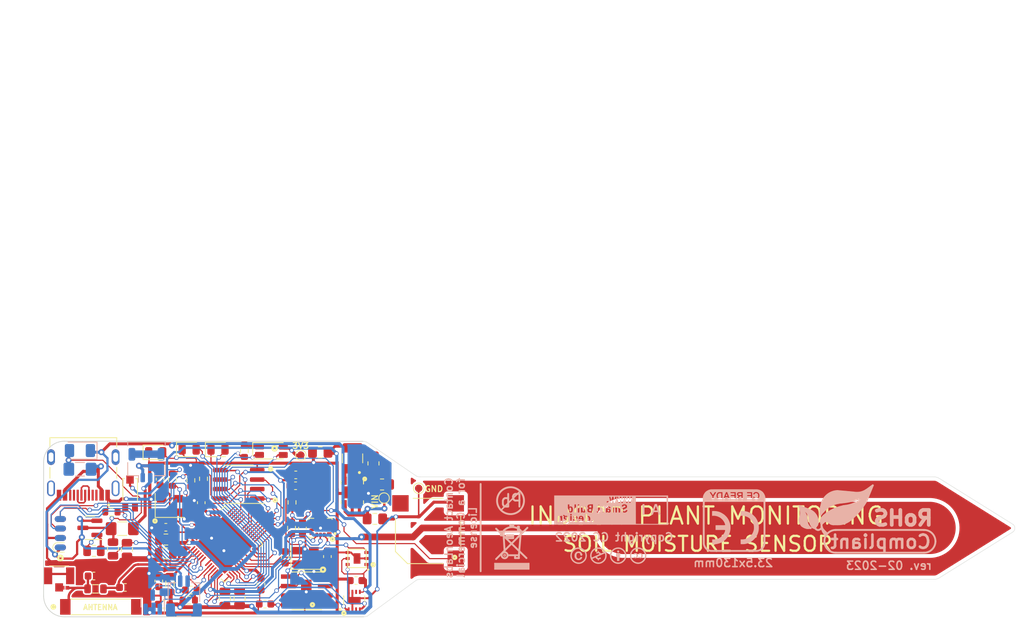
<source format=kicad_pcb>
(kicad_pcb (version 20211014) (generator pcbnew)
  (title_block (title "Soil Moisture Sensor with Indoor Plant Watering system") (date "2023-02-11") (rev "5.3") (company "by AeonLabs") (comment 1 "https://github.com/aeonSolutions") (comment 2 "https://www.linkedin.com/in/migueltomas/"))
  (layers (0 "F.Cu" signal) (31 "B.Cu" signal) (34 "B.Paste" user) (35 "F.Paste" user) (36 "B.SilkS" user "B.Silkscreen") (37 "F.SilkS" user "F.Silkscreen") (38 "B.Mask" user) (39 "F.Mask" user) (44 "Edge.Cuts" user))
  (net 0 "")
  (net 1 "3V3")
  (net 2 "GND")
  (net 3 "VIN_AUR")
  (net 4 "Net-(AL1-Pad2)")
  (net 5 "Net-(AR1-Pad2)")
  (net 6 "VIN_BATF")
  (net 7 "Net-(EC12-Pad1)")
  (net 8 "Net-(EC13-Pad1)")
  (net 9 "Net-(EC20-Pad1)")
  (net 10 "VDD_SPI")
  (net 11 "Net-(ANT1-Pad1)")
  (net 12 "Net-(EC38-Pad1)")
  (net 13 "CHIP_EN")
  (net 14 "Net-(EC50-Pad1)")
  (net 15 "Net-(EC51-Pad1)")
  (net 16 "SPICS1")
  (net 17 "SPIQ")
  (net 18 "SPIWP")
  (net 19 "SPID")
  (net 20 "SPICLK")
  (net 21 "SPIHD")
  (net 22 "TXD0")
  (net 23 "Net-(ER2-Pad2)")
  (net 24 "ESP_GPIO0_BOOT-DTR")
  (net 25 "5V0_SENSE_IO02")
  (net 26 "IMU_CS_IO06")
  (net 27 "TOUCH_SOIL_IO07")
  (net 28 "GPIO8_I2C_SDA")
  (net 29 "GPIO9_I2C_SCL")
  (net 30 "BUZZER_IO35")
  (net 32 "LED_UV_IO14")
  (net 33 "USB_D-")
  (net 34 "USB_D+")
  (net 35 "unconnected-(ESP32S3-Pad27)")
  (net 36 "SPICS0")
  (net 38 "unconnected-(ESP32S3-Pad37)")
  (net 39 "unconnected-(ESP32S3-Pad44)")
  (net 40 "unconnected-(ESP32S3-Pad45)")
  (net 42 "unconnected-(ESP32S3-Pad48)")
  (net 43 "RXD0")
  (net 44 "VIN_BAT")
  (net 45 "5V0")
  (net 46 "VIN_USBF")
  (net 54 "Net-(LED1-Pad3)")
  (net 55 "Net-(PWDSWT1-Pad1)")
  (net 62 "unconnected-(J2-PadS1)")
  (net 63 "LED_IR_IO12")
  (net 64 "LED_WHITE_IO13")
  (net 65 "LED_GREEN_IO10")
  (net 66 "LED_RED_IO11")
  (net 67 "LED_BLUE_IO18")
  (net 68 "unconnected-(ESP32S3-Pad38)")
  (net 69 "unconnected-(ESP32S3-Pad39)")
  (net 70 "unconnected-(ESP32S3-Pad41)")
  (net 71 "TEMT6000_IO01")
  (net 72 "unconnected-(ESP32S3-Pad42)")
  (net 74 "BAT_SENSE_IO04")
  (net 75 "DC_MOTOR_IO05")
  (net 76 "unconnected-(ESP32S3-Pad43)")
  (net 78 "unconnected-(ESP32S3-Pad26)")
  (net 79 "Net-(MTRT1-Pad3)")
  (footprint "Capacitor_SMD:C_0603_1608Metric" (layer "F.Cu") (at 116.61 112.13)
    (fp_text reference "EC40" hide)
    (fp_text value "100nF")
  )
  (footprint "Capacitor_SMD:C_0603_1608Metric" (layer "F.Cu") (at 117.96 100.43 90)
    (fp_text reference "EC16" hide)
    (fp_text value "100nF 10% 16V")
  )
  (footprint "Capacitor_SMD:C_0603_1608Metric" (layer "F.Cu") (at 126.49 114)
    (fp_text reference "AUC1" hide)
    (fp_text value "100nF")
  )
  (footprint "Capacitor_SMD:C_0603_1608Metric" (layer "F.Cu") (at 134.84 107.64 -90)
    (fp_text reference "EC51" hide)
    (fp_text value "22pF 5% 50V")
  )
  (footprint "Capacitor_SMD:C_0603_1608Metric" (layer "F.Cu") (at 131.5 103.84 90)
    (fp_text reference "IMUC1" hide)
    (fp_text value "100nF")
  )
  (footprint "" (layer "F.Cu") (at 111.089949 112.509848)
    (fp_text reference "")
    (fp_text value "")
  )
  (footprint "Capacitor_SMD:C_0805_2012Metric" (layer "F.Cu") (at 113.23 105.36)
    (fp_text reference "EC14" hide)
    (fp_text value "100pF")
  )
  (footprint "RF_Antenna:AN9520_ANT2-SMD-9.5X2.1X1.0MM" (layer "F.Cu") (at 104.5205 114.38)
    (property "VALUE" "AN9520")
    (fp_text reference "ANT1" hide)
    (fp_text value "SMD-BUILT-IN-ANTENNA-2.4GHZ(2P-9.5X2.1MM)")
  )
  (footprint "Capacitor_SMD:C_0805_2012Metric_Pad1.18x1.45mm_HandSolder" (layer "F.Cu") (at 141.19 102.6)
    (fp_text reference "AC2" hide)
    (fp_text value "4.7uF")
  )
  (footprint "LED_SMD:LED_1206_3210_RGB_Metric" (layer "F.Cu") (at 127.11 93.52)
    (fp_text reference "LED1" hide)
    (fp_text value "LED_GBRC")
  )
  (footprint "Fuse:Fuse_1206_3216Metric_Pad1.42x1.75mm_HandSolder" (layer "F.Cu") (at 107.39 103.91)
    (fp_text reference "F1" hide)
    (fp_text value "Polyfuse")
  )
  (footprint "Resistor_SMD:R_0603_1608Metric" (layer "F.Cu") (at 114.1 97.34 -90)
    (fp_text reference "ER5" hide)
    (fp_text value "10k")
  )
  (footprint "" (layer "F.Cu") (at 123.589949 115.199848)
    (fp_text reference "")
    (fp_text value "")
  )
  (footprint "Package_SO:SOIC-8_3.9x4.9mm_P1.27mm" (layer "F.Cu") (at 122.97 97.97 180)
    (fp_text reference "EPS1" hide)
    (fp_text value "ESP32-PSRAM_LY68L6400S")
  )
  (footprint "Inductor_SMD:L_0805_2012Metric" (layer "F.Cu") (at 103.81 111.97)
    (fp_text reference "EL4" hide)
    (fp_text value "2nH 5%")
  )
  (footprint "Package_TO_SOT_SMD:SOT-23" (layer "F.Cu") (at 103.06 103.8 180)
    (fp_text reference "PWDSWT1" hide)
    (fp_text value "S8050")
  )
  (footprint "Sensor_Motion:LSM6DS3 PQFN50P300X250X86-14N" (layer "F.Cu") (at 133.9175 103.82 180)
    (fp_text reference "IMU1" hide)
    (fp_text value "LSM6DS3")
  )
  (footprint "Resistor_SMD:R_0805_2012Metric" (layer "F.Cu") (at 106.15 106.63 -90)
    (fp_text reference "MR3" hide)
    (fp_text value "390K")
  )
  (footprint "Capacitor_SMD:C_0603_1608Metric" (layer "F.Cu") (at 129.19 107.75 90)
    (fp_text reference "EC50" hide)
    (fp_text value "22pF 5% 50V")
  )
  (footprint "Resistor_SMD:R_0603_1608Metric" (layer "F.Cu") (at 116.57 97.44 -90)
    (fp_text reference "ER2" hide)
    (fp_text value "499R")
  )
  (footprint "Crystal:Crystal_SMD_EuroQuartz_MT-4Pin_3.2x2.5mm" (layer "F.Cu") (at 131.92 107.75)
    (fp_text reference "ECY2" hide)
    (fp_text value "32.768Mhz 22pF+-10PPM")
  )
  (footprint "Package_DFN_QFN:QFN-56-1EP_7x7mm_P0.4mm_EP5.6x5.6mm" (layer "F.Cu") (at 121.092214 105.996427 45)
    (fp_text reference "ESP32S3" hide)
    (fp_text value "ESP32-S3")
  )
  (footprint "Resistor_SMD:R_0805_2012Metric" (layer "F.Cu") (at 108.02 106.71 -90)
    (fp_text reference "MR4" hide)
    (fp_text value "110K")
  )
  (footprint "Capacitor_SMD:C_0603_1608Metric" (layer "F.Cu") (at 138.67 110.86)
    (fp_text reference "IMUC2" hide)
    (fp_text value "100nF")
  )
  (footprint "Capacitor_SMD:C_0805_2012Metric" (layer "F.Cu") (at 121.12 113.25 90)
    (fp_text reference "EC18" hide)
    (fp_text value "10uF 20% 6.3V")
  )
  (footprint "Package_SO:ATSHA204A Auth SOIC8" (layer "F.Cu") (at 132.08 112.23 180)
    (fp_text reference "U2" hide)
    (fp_text value "ATSHA204A-MAHDA-T")
  )
  (footprint "LED_SMD:LED_0805_2012Metric" (layer "F.Cu") (at 120.2 93.31)
    (fp_text reference "D13" hide)
    (fp_text value "IR LED")
  )
  (footprint "LED_SMD:LED_0805_2012Metric" (layer "F.Cu") (at 111.86 93.69)
    (fp_text reference "D12" hide)
    (fp_text value "UV LED")
  )
  (footprint "Capacitor_SMD:C_0603_1608Metric" (layer "F.Cu") (at 112.28 110.92 -90)
    (fp_text reference "EC20" hide)
    (fp_text value "100nF 10% 16V")
  )
  (footprint "Resistor_SMD:R_0805_2012Metric_Pad1.20x1.40mm_HandSolder" (layer "F.Cu") (at 141 95.17 -90)
    (fp_text reference "AR1" hide)
    (fp_text value "24K")
  )
  (footprint "Converter_DCDC:AUR9718 ST1S09 SON95P300X300X100-7N" (layer "F.Cu") (at 138.17 99.05 -90)
    (fp_text reference "AU1" hide)
    (fp_text value "AUR9718x_DFN_3x3mm_6_pin")
  )
  (footprint "Capacitor_SMD:C_0603_1608Metric" (layer "F.Cu") (at 130.58 98.16)
    (fp_text reference "EC24" hide)
    (fp_text value "100nF 10% 16V")
  )
  (footprint "Resistor_SMD:R_0805_2012Metric" (layer "F.Cu") (at 103.6 106.88)
    (fp_text reference "PWSWR1" hide)
    (fp_text value "10k")
  )
  (footprint "Capacitor_SMD:C_0805_2012Metric" (layer "F.Cu") (at 113.2 107.22)
    (fp_text reference "EC15" hide)
    (fp_text value "1uF 10% 50V")
  )
  (footprint "Capacitor_SMD:C_0805_2012Metric" (layer "F.Cu") (at 123.09 113.25 90)
    (fp_text reference "EC17" hide)
    (fp_text value "10uF 20% 6.3V")
  )
  (footprint "Inductor_SMD:L_1210_3225Metric" (layer "F.Cu") (at 138.2 94.49 -90)
    (fp_text reference "AL1" hide)
    (fp_text value "3.3uF")
  )
  (footprint "RF_Antenna:HRS_U.FL-R-SMT(01)" (layer "F.Cu") (at 98.945 110.22)
    (fp_text reference "J1" hide)
    (fp_text value "U.FL-R-SMT(01)")
  )
  (footprint "Sensor:SGP30" (layer "F.Cu") (at 138.8 107.9 180)
    (property "VALUE" "SGP30")
    (fp_text reference "U7" hide)
    (fp_text value "SGP30")
  )
  (footprint "Connector:SOIC_clipProgSmall" (layer "F.Cu") (at 98.36 104.52 -90)
    (fp_text reference "ICSP1" hide)
    (fp_text value "Conn_01x08_Male" hide)
  )
  (footprint "TestPoint:TestPoint_Track" (layer "F.Cu") (at 99.726025 111.853772)
    (fp_text reference "REF**" hide)
    (fp_text value "TestPoint_Track" hide)
  )
  (footprint "" (layer "F.Cu") (at 123.549949 95.139848 90)
    (fp_text reference "")
    (fp_text value "")
  )
  (footprint "TestPoint:TestPoint_Pad_D1.0mm" (layer "F.Cu") (at 131.28 94.06)
    (fp_text reference "TP2" hide)
    (fp_text value "VOut")
  )
  (footprint "Resistor_SMD:R_0603_1608Metric" (layer "F.Cu") (at 118.26 97.23 90)
    (fp_text reference "PSR1" hide)
    (fp_text value "100K")
  )
  (footprint "Capacitor_SMD:C_0603_1608Metric" (layer "F.Cu") (at 112.45 97.28 90)
    (fp_text reference "EC13" hide)
    (fp_text value "22pF 5% 50V")
  )
  (footprint "TestPoint:TestPoint_Pad_D1.0mm" (layer "F.Cu") (at 147.05 98.51)
    (fp_text reference "TP3" hide)
    (fp_text value "GND")
  )
  (footprint "Capacitor_SMD:C_0603_1608Metric" (layer "F.Cu") (at 125.95 111.34 -90)
    (fp_text reference "EC26" hide)
    (fp_text value "100nF 10% 16V")
  )
  (footprint "Resistor_SMD:R_0603_1608Metric" (layer "F.Cu") (at 130.11 100.39 -90)
    (fp_text reference "IDR1" hide)
    (fp_text value "10k")
  )
  (footprint "Resistor_SMD:R_0603_1608Metric" (layer "F.Cu") (at 116.29 113.48)
    (fp_text reference "ER1" hide)
    (fp_text value "10k")
  )
  (footprint "Connector_Wire:SolderWirePad_1x01_SMD_5x10mm" (layer "F.Cu") (at 111.05 101.61)
    (fp_text reference "REF**" hide)
    (fp_text value "SolderWirePad_1x01_SMD_5x10mm")
  )
  (footprint "Capacitor_SMD:C_0603_1608Metric" (layer "F.Cu") (at 130.605 96.71)
    (fp_text reference "EC25" hide)
    (fp_text value "1uF 10% 50V")
  )
  (footprint "Resistor_SMD:R_0805_2012Metric_Pad1.20x1.40mm_HandSolder" (layer "F.Cu") (at 142.15 97.99 180)
    (fp_text reference "AR2" hide)
    (fp_text value "7k5")
  )
  (footprint "Resistor_SMD:R_0603_1608Metric" (layer "F.Cu") (at 123.73 93.48 90)
    (fp_text reference "LR1" hide)
    (fp_text value "330R")
  )
  (footprint "Resistor_SMD:R_0603_1608Metric" (layer "F.Cu") (at 130.04 103.82 -90)
    (fp_text reference "ICR1" hide)
    (fp_text value "10k")
  )
  (footprint "Connector_Wire:SolderWirePad_1x01_SMD_5x10mm" (layer "F.Cu") (at 136.149949 105.149848)
    (fp_text reference "REF**" hide)
    (fp_text value "SolderWirePad_1x01_SMD_5x10mm")
  )
  (footprint "Connector_USB:USB C HRO_TYPE-C-31-M-12" (layer "F.Cu") (at 102.18 94.33 180)
    (fp_text reference "J2" hide)
    (fp_text value "USB_C_TYPE-C-31-M-12")
  )
  (footprint "Capacitor_SMD:C_0603_1608Metric" (layer "F.Cu") (at 113.22 103.72 180)
    (fp_text reference "EC12" hide)
    (fp_text value "22pF 5% 50V")
  )
  (footprint "Resistor_SMD:R_0603_1608Metric" (layer "F.Cu") (at 105.94 101.67)
    (fp_text reference "TMPR1" hide)
    (fp_text value "10K")
  )
  (footprint "Capacitor_SMD:C_0603_1608Metric" (layer "F.Cu") (at 107.8 111.78)
    (fp_text reference "EC38" hide)
    (fp_text value "100nF 10% 16V")
  )
  (footprint "Capacitor_SMD:C_0603_1608Metric" (layer "F.Cu") (at 112.98 114.04 180)
    (fp_text reference "EC19" hide)
    (fp_text value "100nF 10% 16V")
  )
  (footprint "Inductor_SMD:L_0805_2012Metric" (layer "F.Cu") (at 113.78 111.32 90)
    (fp_text reference "L2" hide)
    (fp_text value "12nH 5%")
  )
  (footprint "Sensor:TEMT6000-SEN" (layer "F.Cu") (at 108.44 99.19 90)
    (fp_text reference "U1" hide)
    (fp_text value "TEMT6000")
  )
  (footprint "Capacitor_SMD:C_0603_1608Metric" (layer "F.Cu") (at 103.59 110.25)
    (fp_text reference "EC37" hide)
    (fp_text value "100nF 10% 16V")
  )
  (footprint "Sensor_Humidity:Sensirion_DFN-8-1EP_2.5x2.5mm_P0.5mm_EP1.1x1.7mm" (layer "F.Cu") (at 138.43 113.55 90)
    (fp_text reference "SH1" hide)
    (fp_text value "SHT31-DIS")
  )
  (footprint "LED_SMD:LED_0805_2012Metric" (layer "F.Cu") (at 116.34 93.3)
    (fp_text reference "D14" hide)
    (fp_text value "WHITE LED")
  )
  (footprint "Capacitor_SMD:C_0805_2012Metric_Pad1.18x1.45mm_HandSolder" (layer "F.Cu") (at 133.88 93.68 180)
    (fp_text reference "AC1" hide)
    (fp_text value "22uF")
  )
  (footprint "Crystal:Crystal_SMD_EuroQuartz_MT-4Pin_3.2x2.5mm" (layer "F.Cu") (at 113.75 100.8)
    (fp_text reference "ECY1" hide)
    (fp_text value "40Mhz 22pF+-10PPM")
  )
  (footprint "Buzzer_Beeper:MagneticBuzzer_Kobitone_254-EMB84Q-RO" (layer "F.Cu") (at 148.31 104.22 180)
    (fp_text reference "BZ1" hide)
    (fp_text value "Buzzer")
  )
  (footprint "TestPoint:TestPoint_Pad_D1.0mm" (layer "F.Cu") (at 142.42 99.81)
    (fp_text reference "TP1" hide)
    (fp_text value "VIN")
  )
  (footprint "AeonLabs:aeon creative commons logos" (layer "B.Cu") (at 172.44 107.47 180)
    (fp_text reference "G***" hide)
    (fp_text value "LOGO" hide)
  )
  (footprint "OLIMEX_LOGOs-FP:LOGO_RECYCLEBIN_1" (layer "B.Cu") (at 161.8525 109.373 180)
    (fp_text reference "Sign-RecycleBin" hide)
    (fp_text value "" hide)
  )
  (footprint "Diode_SMD:D_1206_3216Metric" (layer "B.Cu") (at 101.73 93.45 180)
    (fp_text reference "PWD1" hide)
    (fp_text value "ss12")
  )
  (footprint "AeonLabs Logosy:CE Ready Small Logo" (layer "B.Cu") (at 189.26 102.82 180)
    (fp_text reference "G***" hide)
    (fp_text value "LOGO" hide)
  )
  (footprint "OLIMEX_LOGOs-FP:LOGO_ROHS_1" (layer "B.Cu") (at 215.1745 106.4935 180)
    (fp_text reference "Sign-RoHS" hide)
    (fp_text value "" hide)
  )
  (footprint "Connector_JST:JST_SHL_SM02B-SHLS-TF_1x02-1MP_P1.00mm_Horizontal" (layer "B.Cu") (at 110.63 95.4)
    (fp_text reference "BAT2" hide)
    (fp_text value "Screw_Terminal_01x02")
  )
  (footprint "OLIMEX_LOGOs-FP:LOGO_PBFREE" (layer "B.Cu") (at 159.5432 99.84504)
    (fp_text reference "Sign-PbFree" hide)
    (fp_text value "")
  )
  (footprint "Fuse:Fuse_1206_3216Metric_Pad1.42x1.75mm_HandSolder" (layer "B.Cu") (at 101.73 95.95)
    (fp_text reference "F2" hide)
    (fp_text value "Polyfuse")
  )
  (footprint "Connector_JST:JST_SH_SM02B-SRSS-TB_1x02-1MP_P1.00mm_Horizontal" (layer "B.Cu") (at 115.64 112.94 180)
    (fp_text reference "SHJ1" hide)
    (fp_text value "Screw_Terminal_01x02")
  )
  (footprint "AeonLabs Logos:smart build design" (layer "B.Cu") (at 172.8 101.41 180)
    (fp_text reference "G***" hide)
    (fp_text value "LOGO" hide)
  )
  (footprint "Package_TO_SOT_SMD:SOT-23" (layer "B.Cu") (at 111.46 113.7525 90)
    (fp_text reference "MTRT1" hide)
    (fp_text value "NPN")
  )
  (footprint "Resistor_SMD:R_0805_2012Metric" (layer "B.Cu") (at 113.09 111.5 -90)
    (fp_text reference "MTRR1" hide)
    (fp_text value "10k")
  )
  (gr_line (start 155.34 97.926) (end 155.34 109.61) (layer "B.SilkS") (width 0.25))
  (gr_circle (center 151.866025 107.753772) (end 151.846025 107.543772) (layer "F.SilkS") (width 0.3) (fill none))
  (gr_circle (center 99.12 107.83) (end 99.22 108.11) (layer "F.SilkS") (width 0.3) (fill none))
  (gr_circle (center 111.77 102.88) (end 111.75 102.67) (layer "F.SilkS") (width 0.3) (fill none))
  (gr_circle (center 140.95 108.73) (end 140.93 108.52) (layer "F.SilkS") (width 0.3) (fill none))
  (gr_circle (center 127.236025 95.913772) (end 127.216025 95.703772) (layer "F.SilkS") (width 0.3) (fill none))
  (gr_circle (center 135.525075 105.313772) (end 135.505075 105.103772) (layer "F.SilkS") (width 0.3) (fill none))
  (gr_circle (center 127.776025 93.163772) (end 127.776025 92.879519) (layer "F.SilkS") (width 0.3) (fill none))
  (gr_circle (center 134.25 109.4) (end 134.20095 109.28) (layer "F.SilkS") (width 0.3) (fill none))
  (gr_circle (center 132.835075 114.093772) (end 132.815075 113.883772) (layer "F.SilkS") (width 0.3) (fill none))
  (gr_circle (center 127.85 100.08) (end 127.83 99.87) (layer "F.SilkS") (width 0.3) (fill none))
  (gr_circle (center 139.83 97.25) (end 139.79 97.08) (layer "F.SilkS") (width 0.3) (fill none))
  (gr_circle (center 137.04 115.23) (end 137.02 115.02) (layer "F.SilkS") (width 0.3) (fill none))
  (gr_line (start 99.751659 115.708812) (end 139.688239 115.710884) (layer "Edge.Cuts") (width 0.1))
  (gr_arc (start 140.204039 115.601423) (mid 139.951882 115.683213) (end 139.688239 115.710884) (layer "Edge.Cuts") (width 0.05))
  (gr_arc (start 96.872382 95.082233) (mid 97.650245 93.050821) (end 99.652381 92.200436) (layer "Edge.Cuts") (width 0.1))
  (gr_line (start 216.6971 97.17302) (end 226.565 103.33) (layer "Edge.Cuts") (width 0.05))
  (gr_line (start 96.869862 112.928813) (end 96.872382 95.082233) (layer "Edge.Cuts") (width 0.1))
  (gr_line (start 99.652381 92.200436) (end 139.578513 92.210885) (layer "Edge.Cuts") (width 0.1))
  (gr_arc (start 216.01621 96.98) (mid 216.370372 97.028124) (end 216.697102 97.173016) (layer "Edge.Cuts") (width 0.05))
  (gr_arc (start 99.751659 115.708812) (mid 97.720297 114.930897) (end 96.869862 112.928813) (layer "Edge.Cuts") (width 0.1))
  (gr_line (start 147.259825 110.693771) (end 216.0162 110.696) (layer "Edge.Cuts") (width 0.05))
  (gr_arc (start 216.6971 110.50298) (mid 216.37037 110.647876) (end 216.01621 110.695996) (layer "Edge.Cuts") (width 0.05))
  (gr_arc (start 226.565 103.33) (mid 226.819172 103.838011) (end 226.565 104.346) (layer "Edge.Cuts") (width 0.05))
  (gr_line (start 140.204039 115.601423) (end 146.744025 110.803232) (layer "Edge.Cuts") (width 0.05))
  (gr_line (start 216.6971 110.50298) (end 226.565 104.346) (layer "Edge.Cuts") (width 0.05))
  (gr_arc (start 147.259825 96.977772) (mid 146.996179 96.950112) (end 146.744025 96.868311) (layer "Edge.Cuts") (width 0.05))
  (gr_arc (start 146.744025 110.803232) (mid 146.996183 110.721444) (end 147.259825 110.693771) (layer "Edge.Cuts") (width 0.05))
  (gr_line (start 147.259825 96.977772) (end 216.0162 96.98) (layer "Edge.Cuts") (width 0.05))
  (gr_line (start 140.094313 92.320346) (end 146.744025 96.868312) (layer "Edge.Cuts") (width 0.05))
  (gr_arc (start 139.578513 92.210885) (mid 139.842155 92.238556) (end 140.094313 92.320346) (layer "Edge.Cuts") (width 0.05))
  (gr_text "23.5x130mm" (at 189.13 108.49) (layer "B.SilkS") (effects (font (size 1.1 1.1) (thickness 0.2)) (justify mirror)))
  (gr_text "Contact AeonLabs\nfor a Commercial\nLicense" (at 152.7 103.8 90) (layer "B.SilkS") (effects (font (size 1 1) (thickness 0.2)) (justify mirror)))
  (gr_text "rev. 02-2023" (at 209.9645 108.8535) (layer "B.SilkS") (effects (font (size 1.1 1.1) (thickness 0.2)) (justify mirror)))
  (gr_text "Copyright CC 2022" (at 173.19 105.05) (layer "B.SilkS") (effects (font (size 1.1 1.1) (thickness 0.2)) (justify mirror)))
  (gr_text "SOIL MOISTURE SENSOR" (at 184.37 105.96) (layer "F.SilkS") (effects (font (size 2 2) (thickness 0.3))))
  (gr_text "ANTENNA" (at 104.46 114.44) (layer "F.SilkS") (effects (font (size 0.7 0.7))))
  (gr_text "VIN" (at 141.2 100.28 90) (layer "F.SilkS") (effects (font (size 0.8 0.8))))
  (gr_text "GND\n" (at 149.086025 98.583772) (layer "F.SilkS") (effects (font (size 0.8 0.8))))
  (gr_text "3V3\n" (at 131.26 92.8) (layer "F.SilkS") (effects (font (size 0.8 0.8))))
  (gr_text "INDOOR PLANT MONITORING" (at 185.5 102.18) (layer "F.SilkS") (effects (font (size 2.3 2.3) (thickness 0.3))))
  (segment (start 112.54 93.93) (end 108.81 93.93) (width 1) (layer "B.Cu") (net 0))
  (segment (start 114.495 115.48) (end 113.91 114.895) (width 0.3) (layer "B.Cu") (net 0))
  (segment (start 117.51 114.895) (end 116.925 115.48) (width 0.4) (layer "B.Cu") (net 0))
  (segment (start 116.925 115.48) (end 114.495 115.48) (width 0.4) (layer "B.Cu") (net 0))
  (segment (start 132.926025 102.193772) (end 134.176025 102.193772) (width 0.2) (layer "F.Cu") (net 1))
  (segment (start 116.36 104.78) (end 116.09 105.05) (width 0.2) (layer "F.Cu") (net 1))
  (segment (start 129.079949 93.119848) (end 129.719949 93.119848) (width 0.4) (layer "F.Cu") (net 1))
  (segment (start 139.784725 110.495072) (end 139.706025 110.573772) (width 0.15) (layer "F.Cu") (net 1))
  (segment (start 113.88 112.4225) (end 113.93 112.3725) (width 0.51) (layer "F.Cu") (net 1))
  (segment (start 127.529949 114.089848) (end 129.674949 114.089848) (width 0.25) (layer "F.Cu") (net 1))
  (segment (start 117.766025 101.323772) (end 118.386025 101.323772) (width 0.15) (layer "F.Cu") (net 1))
  (segment (start 131.516025 102.843772) (end 131.276025 102.843772) (width 0.32) (layer "F.Cu") (net 1))
  (segment (start 113.935 114.04) (end 113.88 113.985) (width 0.51) (layer "F.Cu") (net 1))
  (segment (start 123.824675 109.355825) (end 123.615926 109.355825) (width 0.18) (layer "F.Cu") (net 1))
  (segment (start 119.146025 102.063772) (end 119.126025 102.063772) (width 0.2) (layer "F.Cu") (net 1))
  (segment (start 115.059899 96.009899) (end 114.788526 96.281272) (width 0.15) (layer "F.Cu") (net 1))
  (segment (start 135.017449 93.719848) (end 135.847297 92.89) (width 0.35) (layer "F.Cu") (net 1))
  (segment (start 113.935 113.945) (end 113.935 114.04) (width 0.51) (layer "F.Cu") (net 1))
  (segment (start 117.114803 105.124803) (end 116.89 104.9) (width 0.2) (layer "F.Cu") (net 1))
  (segment (start 139.49 109.97) (end 139.67205 109.97) (width 0.15) (layer "F.Cu") (net 1))
  (segment (start 124.133675 109.465825) (end 125.225825 109.465825) (width 0.4) (layer "F.Cu") (net 1))
  (segment (start 115.13 114.42) (end 115.13 113.815) (width 0.25) (layer "F.Cu") (net 1))
  (segment (start 130.15 102.23) (end 130.15 101.21) (width 0.25) (layer "F.Cu") (net 1))
  (segment (start 130.04 102.995) (end 129.8 102.755) (width 0.25) (layer "F.Cu") (net 1))
  (segment (start 117.104803 105.124803) (end 116.76 104.78) (width 0.2) (layer "F.Cu") (net 1))
  (segment (start 113.88 113.985) (end 113.88 112.4225) (width 0.51) (layer "F.Cu") (net 1))
  (segment (start 132.696025 102.423772) (end 132.926025 102.193772) (width 0.2) (layer "F.Cu") (net 1))
  (segment (start 114.75 114.04) (end 113.935 114.04) (width 0.51) (layer "F.Cu") (net 1))
  (segment (start 130.399949 93.799848) (end 130.399949 93.817696) (width 0.4) (layer "F.Cu") (net 1))
  (segment (start 130.716025 94.133772) (end 131.266025 94.133772) (width 0.4) (layer "F.Cu") (net 1))
  (segment (start 132.696025 103.056272) (end 132.696025 102.423772) (width 0.2) (layer "F.Cu") (net 1))
  (segment (start 139.706025 110.573772) (end 139.934949 110.802696) (width 0.4) (layer "F.Cu") (net 1))
  (segment (start 108.43 98.15) (end 108.75 98.47) (width 0.3) (layer "F.Cu") (net 1))
  (segment (start 130.14 102.635) (end 129.77 103.005) (width 0.25) (layer "F.Cu") (net 1))
  (segment (start 136.76 108.18) (end 137.02 107.92) (width 0.15) (layer "F.Cu") (net 1))
  (segment (start 116.76 104.78) (end 116.36 104.78) (width 0.2) (layer "F.Cu") (net 1))
  (segment (start 123.615926 109.355825) (end 123.17105 108.910949) (width 0.18) (layer "F.Cu") (net 1))
  (segment (start 137.925101 92.89) (end 138.144949 93.109848) (width 0.35) (layer "F.Cu") (net 1))
  (segment (start 114.788526 96.281272) (end 114.236025 96.281272) (width 0.15) (layer "F.Cu") (net 1))
  (segment (start 115.13 114.42) (end 122.969797 114.42) (width 0.51) (layer "F.Cu") (net 1))
  (segment (start 135.037449 93.919848) (end 135.037449 93.762348) (width 0.4) (layer "F.Cu") (net 1))
  (segment (start 116.450152 105.809848) (end 116.339949 105.809848) (width 0.2) (layer "F.Cu") (net 1))
  (segment (start 135.137449 93.819848) (end 136.099949 93.819848) (width 0.4) (layer "F.Cu") (net 1))
  (segment (start 116.099848 105.809848) (end 114.529949 105.809848) (width 0.51) (layer "F.Cu") (net 1))
  (segment (start 139.934949 110.802696) (end 139.934949 112.064848) (width 0.4) (layer "F.Cu") (net 1))
  (segment (start 129.674949 114.089848) (end 129.689949 114.104848) (width 0.25) (layer "F.Cu") (net 1))
  (segment (start 139.594949 112.404848) (end 139.934949 112.064848) (width 0.15) (layer "F.Cu") (net 1))
  (segment (start 139.707101 93.109848) (end 140.741025 94.143772) (width 0.35) (layer "F.Cu") (net 1))
  (segment (start 139.179949 112.404848) (end 139.594949 112.404848) (width 0.15) (layer "F.Cu") (net 1))
  (segment (start 116.339949 105.809848) (end 116.099848 105.809848) (width 0.51) (layer "F.Cu") (net 1))
  (segment (start 132.723525 103.083772) (end 131.516025 103.083772) (width 0.2) (layer "F.Cu") (net 1))
  (segment (start 125.95 110.19) (end 125.95 110.565) (width 0.4) (layer "F.Cu") (net 1))
  (segment (start 125.225825 109.465825) (end 125.95 110.19) (width 0.4) (layer "F.Cu") (net 1))
  (segment (start 138.144949 93.109848) (end 139.707101 93.109848) (width 0.35) (layer "F.Cu") (net 1))
  (segment (start 115.13 114.42) (end 114.75 114.04) (width 0.51) (layer "F.Cu") (net 1))
  (segment (start 108.43 97.33) (end 108.43 98.15) (width 0.3) (layer "F.Cu") (net 1))
  (segment (start 129.719949 93.119848) (end 130.399949 93.799848) (width 0.4) (layer "F.Cu") (net 1))
  (segment (start 137.02 107.92) (end 137.44285 107.92) (width 0.15) (layer "F.Cu") (net 1))
  (segment (start 119.126025 102.063772) (end 118.896025 101.833772) (width 0.2) (layer "F.Cu") (net 1))
  (segment (start 119.299949 102.199848) (end 119.282101 102.199848) (width 0.15) (layer "F.Cu") (net 1))
  (segment (start 135.422253 101.48) (end 135.426025 101.483772) (width 0.15) (layer "F.Cu") (net 1))
  (segment (start 140.22 108.68785) (end 140.22 109.34) (width 0.15) (layer "F.Cu") (net 1))
  (segment (start 124.034175 109.565325) (end 123.824675 109.355825) (width 0.18) (layer "F.Cu") (net 1))
  (segment (start 119.661472 102.579219) (end 119.146025 102.063772) (width 0.2) (layer "F.Cu") (net 1))
  (segment (start 116.09 105.05) (end 116.09 105.8) (width 0.25) (layer "F.Cu") (net 1))
  (segment (start 130.14 102.12) (end 130.14 102.635) (width 0.25) (layer "F.Cu") (net 1))
  (segment (start 123.246025 114.283772) (end 124.694772 114.283772) (width 0.51) (layer "F.Cu") (net 1))
  (segment (start 124.694772 114.283772) (end 124.7155 114.3045) (width 0.51) (layer "F.Cu") (net 1))
  (segment (start 118.321025 101.308772) (end 118.831025 101.818772) (width 0.4) (layer "F.Cu") (net 1))
  (segment (start 132.71 101.48) (end 135.422253 101.48) (width 0.15) (layer "F.Cu") (net 1))
  (segment (start 119.359949 102.259848) (end 119.299949 102.199848) (width 0.15) (layer "F.Cu") (net 1))
  (segment (start 114.529949 105.809848) (end 114.459949 105.739848) (width 0.51) (layer "F.Cu") (net 1))
  (segment (start 139.706025 110.415) (end 139.706025 109.936025) (width 0.15) (layer "F.Cu") (net 1))
  (segment (start 132.056025 102.303772) (end 132.256025 102.103772) (width 0.32) (layer "F.Cu") (net 1))
  (segment (start 114.429949 107.439848) (end 114.219949 107.439848) (width 0.3) (layer "F.Cu") (net 1))
  (segment (start 132.24 101.95) (end 132.71 101.48) (width 0.15) (layer "F.Cu") (net 1))
  (segment (start 139.67205 109.97) (end 139.706025 109.936025) (width 0.15) (layer "F.Cu") (net 1))
  (segment (start 131.516025 103.083772) (end 131.276025 102.843772) (width 0.15) (layer "F.Cu") (net 1))
  (segment (start 132.256025 102.103772) (end 131.516025 102.843772) (width 0.32) (layer "F.Cu") (net 1))
  (segment (start 134.176025 102.193772) (end 134.406025 102.423772) (width 0.2) (layer "F.Cu") (net 1))
  (segment (start 137.09 109.97) (end 136.76 109.64) (width 0.15) (layer "F.Cu") (net 1))
  (segment (start 139.59 109.97) (end 139.49 109.97) (width 0.15) (layer "F.Cu") (net 1))
  (segment (start 130.399949 93.817696) (end 130.716025 94.133772) (width 0.4) (layer "F.Cu") (net 1))
  (segment (start 124.034175 109.565325) (end 124.133675 109.465825) (width 0.4) (layer "F.Cu") (net 1))
  (segment (start 135.847297 92.89) (end 137.925101 92.89) (width 0.35) (layer "F.Cu") (net 1))
  (segment (start 134.406025 102.423772) (end 134.406025 102.901272) (width 0.2) (layer "F.Cu") (net 1))
  (segment (start 114.399949 105.724848) (end 114.399949 107.434848) (width 0.51) (layer "F.Cu") (net 1))
  (segment (start 136.76 109.64) (end 136.76 108.18) (width 0.15) (layer "F.Cu") (net 1))
  (segment (start 139.49 109.97) (end 137.09 109.97) (width 0.15) (layer "F.Cu") (net 1))
  (segment (start 116.09 105.8) (end 116.099848 105.809848) (width 0.2) (layer "F.Cu") (net 1))
  (segment (start 115.13 113.815) (end 115.465 113.48) (width 0.25) (layer "F.Cu") (net 1))
  (segment (start 122.969797 114.42) (end 123.216025 114.173772) (width 0.51) (layer "F.Cu") (net 1))
  (segment (start 140.22 109.34) (end 139.59 109.97) (width 0.15) (layer "F.Cu") (net 1))
  (segment (start 116.840843 105.419157) (end 116.450152 105.809848) (width 0.2) (layer "F.Cu") (net 1))
  (via (at 132.24 101.95) (size 0.6) (drill 0.4) (layers "F.Cu" "B.Cu") (net 1))
  (via (at 124.034175 109.565325) (size 0.6) (drill 0.4) (layers "F.Cu" "B.Cu") (net 1))
  (via (at 116.339949 105.809848) (size 0.6) (drill 0.4) (layers "F.Cu" "B.Cu") (net 1))
  (via (at 130.066025 93.423772) (size 0.6) (drill 0.4) (layers "F.Cu" "B.Cu") (net 1))
  (via (at 115.059899 96.009899) (size 0.6) (drill 0.4) (layers "F.Cu" "B.Cu") (net 1))
  (via (at 115.13 114.42) (size 0.7) (drill 0.4) (layers "F.Cu" "B.Cu") (net 1))
  (via (at 124.7155 114.3045) (size 0.7) (drill 0.4) (layers "F.Cu" "B.Cu") (net 1))
  (via (at 118.896025 101.833772) (size 0.6) (drill 0.4) (layers "F.Cu" "B.Cu") (net 1))
  (via (at 136.04 93.849848) (size 0.6) (drill 0.4) (layers "F.Cu" "B.Cu") (net 1))
  (via (at 108.76 98.48) (size 0.6) (drill 0.4) (layers "F.Cu" "B.Cu") (net 1))
  (via (at 139.934949 112.064848) (size 0.6) (drill 0.4) (layers "F.Cu" "B.Cu") (net 1))
  (via (at 135.35 101.48) (size 0.6) (drill 0.4) (layers "F.Cu" "B.Cu") (net 1))
  (via (at 130.14 102.12) (size 0.6) (drill 0.4) (layers "F.Cu" "B.Cu") (net 1))
  (via (at 128.23 114.14) (size 0.6) (drill 0.4) (layers "F.Cu" "B.Cu") (net 1))
  (segment (start 130.366025 93.123772) (end 130.066025 93.423772) (width 0.4) (layer "B.Cu") (net 1))
  (segment (start 135.373873 93.123772) (end 131.236025 93.123772) (width 0.4) (layer "B.Cu") (net 1))
  (segment (start 136.099949 100.537696) (end 136.099949 101.320051) (width 0.4) (layer "B.Cu") (net 1))
  (segment (start 128.372101 115.129848) (end 125.540848 115.129848) (width 0.51) (layer "B.Cu") (net 1))
  (segment (start 137.16 102.55) (end 136.099949 101.489949) (width 0.4) (layer "B.Cu") (net 1))
  (segment (start 131.236025 93.123772) (end 130.366025 93.123772) (width 0.4) (layer "B.Cu") (net 1))
  (segment (start 139.934949 112.064848) (end 139.944949 112.064848) (width 0.25) (layer "B.Cu") (net 1))
  (segment (start 140.55 111.449797) (end 140.55 104.74) (width 0.4) (layer "B.Cu") (net 1))
  (segment (start 115.059899 95.969898) (end 115.059899 96.009899) (width 0.15) (layer "B.Cu") (net 1))
  (segment (start 140.586025 112.715924) (end 139.934949 112.064848) (width 0.51) (layer "B.Cu") (net 1))
  (segment (start 120.6 109.567768) (end 120.6 108.97) (width 0.51) (layer "B.Cu") (net 1))
  (segment (start 120.515492 101.72) (end 119.009797 101.72) (width 0.51) (layer "B.Cu") (net 1))
  (segment (start 135.936228 101.483772) (end 135.426025 101.483772) (width 0.4) (layer "B.Cu") (net 1))
  (segment (start 131.236025 93.123772) (end 131.186025 93.073772) (width 0.3) (layer "B.Cu") (net 1))
  (segment (start 130.14 102.12) (end 130.668772 102.648772) (width 0.15) (layer "B.Cu") (net 1))
  (segment (start 113.38 95.99) (end 113.38 96.88) (width 0.3) (layer "B.Cu") (net 1))
  (segment (start 115.596228 93.073772) (end 115.01 93.66) (width 0.3) (layer "B.Cu") (net 1))
  (segment (start 139.934949 112.064848) (end 140.55 111.449797) (width 0.4) (layer "B.Cu") (net 1))
  (segment (start 136.099949 93.849848) (end 136.099949 98.777696) (width 0.4) (layer "B.Cu") (net 1))
  (segment (start 128.372101 115.129848) (end 128.382253 115.14) (width 0.51) (layer "B.Cu") (net 1))
  (segment (start 124.034175 109.565325) (end 123.24885 108.78) (width 0.2) (layer "B.Cu") (net 1))
  (segment (start 115.01 93.66) (end 114.32 93.66) (width 0.3) (layer "B.Cu") (net 1))
  (segment (start 113.38 94.6) (end 113.38 96.03) (width 0.3) (layer "B.Cu") (net 1))
  (segment (start 114.32 93.66) (end 114.31 93.67) (width 0.3) (layer "B.Cu") (net 1))
  (segment (start 131.841025 102.648772) (end 132.426025 102.063772) (width 0.15) (layer "B.Cu") (net 1))
  (segment (start 136.099949 101.489949) (end 136.099949 100.537696) (width 0.4) (layer "B.Cu") (net 1))
  (segment (start 114.32 93.66) (end 113.38 94.6) (width 0.3) (layer "B.Cu") (net 1))
  (segment (start 111.08 99.18) (end 109.47 99.18) (width 0.3) (layer "B.Cu") (net 1))
  (segment (start 138.36 102.55) (end 137.16 102.55) (width 0.4) (layer "B.Cu") (net 1))
  (segment (start 123.96 108.06) (end 122.720152 109.299848) (width 0.51) (layer "B.Cu") (net 1))
  (segment (start 113.38 96.88) (end 111.08 99.18) (width 0.3) (layer "B.Cu") (net 1))
  (segment (start 122.720152 109.299848) (end 120.929949 109.299848) (width 0.51) (layer "B.Cu") (net 1))
  (segment (start 136.099949 93.849848) (end 135.373873 93.123772) (width 0.4) (layer "B.Cu") (net 1))
  (segment (start 119.009797 101.72) (end 118.896025 101.833772) (width 0.51) (layer "B.Cu") (net 1))
  (segment (start 140.586025 114.323772) (end 140.586025 112.715924) (width 0.51) (layer "B.Cu") (net 1))
  (segment (start 131.186025 93.073772) (end 115.596228 93.073772) (width 0.3) (layer "B.Cu") (net 1))
  (segment (start 117.627768 112.54) (end 120.6 109.567768) (width 0.51) (layer "B.Cu") (net 1))
  (segment (start 117.01 112.54) (end 117.627768 112.54) (width 0.51) (layer "B.Cu") (net 1))
  (segment (start 109.47 99.18) (end 108.79 98.5) (width 0.3) (layer "B.Cu") (net 1))
  (segment (start 136.099949 101.320051) (end 135.936228 101.483772) (width 0.4) (layer "B.Cu") (net 1))
  (segment (start 136.099949 98.777696) (end 136.099949 100.449848) (width 0.4) (layer "B.Cu") (net 1))
  (segment (start 125.07 106.95) (end 125.07 106.274508) (width 0.51) (layer "B.Cu") (net 1))
  (segment (start 115.059899 96.009899) (end 115.059798 96.01) (width 0.15) (layer "B.Cu") (net 1))
  (segment (start 123.24885 108.78) (end 123.2 108.78) (width 0.2) (layer "B.Cu") (net 1))
  (segment (start 130.668772 102.648772) (end 131.841025 102.648772) (width 0.15) (layer "B.Cu") (net 1))
  (segment (start 139.769797 115.14) (end 140.586025 114.323772) (width 0.51) (layer "B.Cu") (net 1))
  (segment (start 128.306025 115.063772) (end 128.372101 115.129848) (width 0.2) (layer "B.Cu") (net 1))
  (segment (start 128.382253 115.14) (end 139.769797 115.14) (width 0.51) (layer "B.Cu") (net 1))
  (segment (start 125.540848 115.129848) (end 124.7155 114.3045) (width 0.51) (layer "B.Cu") (net 1))
  (segment (start 140.55 104.74) (end 138.36 102.55) (width 0.4) (layer "B.Cu") (net 1))
  (segment (start 125.07 106.274508) (end 120.515492 101.72) (width 0.51) (layer "B.Cu") (net 1))
  (segment (start 115.13 114.42) (end 117.01 112.54) (width 0.51) (layer "B.Cu") (net 1))
  (segment (start 123.765152 108.254848) (end 125.07 106.95) (width 0.51) (layer "B.Cu") (net 1))
  (segment (start 120.929949 109.299848) (end 117.439949 105.809848) (width 0.51) (layer "B.Cu") (net 1))
  (segment (start 117.439949 105.809848) (end 116.339949 105.809848) (width 0.51) (layer "B.Cu") (net 1))
  (segment (start 136.099949 100.449848) (end 136.099949 100.537696) (width 0.4) (layer "B.Cu") (net 1))
  (segment (start 128.306025 114.093772) (end 128.306025 115.063772) (width 0.2) (layer "B.Cu") (net 1))
  (segment (start 115.059798 96.01) (end 113.39 96.01) (width 0.15) (layer "B.Cu") (net 1))
  (segment (start 123.549949 95.139848) (end 125.082101 95.139848) (width 0.2) (layer "F.Cu") (net 2))
  (segment (start 112.269949 103.869848) (end 111.229949 103.869848) (width 0.2) (layer "F.Cu") (net 2))
  (segment (start 138.179949 114.754848) (end 138.179949 113.829848) (width 0.25) (layer "F.Cu") (net 2))
  (segment (start 146.96 102.32) (end 146.953772 102.313772) (width 0.4) (layer "F.Cu") (net 2))
  (segment (start 111.102253 112.87) (end 111.099949 112.867696) (width 0.25) (layer "F.Cu") (net 2))
  (segment (start 116.239949 115.199848) (end 125.589949 115.199848) (width 0.3) (layer "F.Cu") (net 2))
  (segment (start 112.445 103.72) (end 112.374848 103.649848) (width 0.2) (layer "F.Cu") (net 2))
  (segment (start 97.33 101.2) (end 98.93 99.6) (width 0.3) (layer "F.Cu") (net 2))
  (segment (start 138.723212 99.18) (end 140.33 99.18) (width 0.4) (layer "F.Cu") (net 2))
  (segment (start 133.893772 103.833772) (end 133.916025 103.833772) (width 0.2) (layer "F.Cu") (net 2))
  (segment (start 110.9725 93.83) (end 110.9725 94.6525) (width 0.15) (layer "F.Cu") (net 2))
  (segment (start 114.419949 115.199848) (end 111.639949 115.199848) (width 0.3) (layer "F.Cu") (net 2))
  (segment (start 111.099949 98.787696) (end 111.099949 95.499848) (width 0.3) (layer "F.Cu") (net 2))
  (segment (start 115.4025 93.3) (end 115.4025 93.8925) (width 0.15) (layer "F.Cu") (net 2))
  (segment (start 137.679949 112.635) (end 137.679949 110.61) (width 0.25) (layer "F.Cu") (net 2))
  (segment (start 111.229949 95.119848) (end 111.139949 95.209848) (width 0.2) (layer "F.Cu") (net 2))
  (segment (start 112.5975 99.98) (end 111.11 99.98) (width 0.3) (layer "F.Cu") (net 2))
  (segment (start 111.099949 110.999848) (end 111.099949 110.339848) (width 0.3) (layer "F.Cu") (net 2))
  (segment (start 136.119949 109.919848) (end 136.119949 113.569848) (width 0.3) (layer "F.Cu") (net 2))
  (segment (start 128.99 106.965) (end 130.294797 106.965) (width 0.2) (layer "F.Cu") (net 2))
  (segment (start 125.441025 95.228772) (end 125.441025 96.128772) (width 0.2) (layer "F.Cu") (net 2))
  (segment (start 111.069949 109.819848) (end 110.469949 109.819848) (width 0.25) (layer "F.Cu") (net 2))
  (segment (start 113.669949 95.119848) (end 113.649949 95.139848) (width 0.2) (layer "F.Cu") (net 2))
  (segment (start 125.082101 95.139848) (end 125.132101 95.089848) (width 0.2) (layer "F.Cu") (net 2))
  (segment (start 117.359949 95.059848) (end 117.339949 95.079848) (width 0.2) (layer "F.Cu") (net 2))
  (segment (start 114.929949 107.340051) (end 115.22 107.05) (width 0.15) (layer "F.Cu") (net 2))
  (segment (start 97.385 105.155) (end 97.33 105.1) (width 0.3) (layer "F.Cu") (net 2))
  (segment (start 136.119949 114.529848) (end 136.119949 115.149848) (width 0.3) (layer "F.Cu") (net 2))
  (segment (start 109.9425 95.49) (end 111.0375 95.49) (width 0.4) (layer "F.Cu") (net 2))
  (segment (start 111.36 108.22) (end 112.79 108.22) (width 0.15) (layer "F.Cu") (net 2))
  (segment (start 111.119949 95.229848) (end 111.119949 100.509848) (width 0.2) (layer "F.Cu") (net 2))
  (segment (start 107.8925 107.75) (end 108.78 107.75) (width 0.3) (layer "F.Cu") (net 2))
  (segment (start 131.36 96.483946) (end 131.36 95.176053) (width 0.15) (layer "F.Cu") (net 2))
  (segment (start 111.119949 100.509848) (end 111.099949 100.529848) (width 0.2) (layer "F.Cu") (net 2))
  (segment (start 111.639949 115.199848) (end 111.119949 115.199848) (width 0.3) (layer "F.Cu") (net 2))
  (segment (start 119.499949 95.139848) (end 123.549949 95.139848) (width 0.32) (layer "F.Cu") (net 2))
  (segment (start 136.119949 96.919848) (end 136.119949 100.389848) (width 0.3) (layer "F.Cu") (net 2))
  (segment (start 131.906025 105.198772) (end 131.276025 104.568772) (width 0.2) (layer "F.Cu") (net 2))
  (segment (start 111.029949 103.849848) (end 111.119949 103.759848) (width 0.2) (layer "F.Cu") (net 2))
  (segment (start 112.546025 112.908772) (end 112.546025 113.858772) (width 0.25) (layer "F.Cu") (net 2))
  (segment (start 118.529949 95.079848) (end 118.279949 95.079848) (width 0.3) (layer "F.Cu") (net 2))
  (segment (start 111.059949 101.789848) (end 111.059949 102.149848) (width 0.2) (layer "F.Cu") (net 2))
  (segment (start 97.33 107.83) (end 98.01 108.51) (width 0.3) (layer "F.Cu") (net 2))
  (segment (start 131.906025 106.523975) (end 131.58 106.85) (width 0.2) (layer "F.Cu") (net 2))
  (segment (start 137.679949 112.404848) (end 137.679949 112.829848) (width 0.25) (layer "F.Cu") (net 2))
  (segment (start 125.819949 115.199848) (end 126.379949 115.199848) (width 0.3) (layer "F.Cu") (net 2))
  (segment (start 142.1375 102.62) (end 143.679797 102.62) (width 0.4) (layer "F.Cu") (net 2))
  (segment (start 118.989949 115.159848) (end 118.949949 115.199848) (width 0.3) (layer "F.Cu") (net 2))
  (segment (start 134.676025 108.403772) (end 134.736025 108.463772) (width 0.2) (layer "F.Cu") (net 2))
  (segment (start 118.949949 115.199848) (end 118.139949 115.199848) (width 0.3) (layer "F.Cu") (net 2))
  (segment (start 138.77 107.89) (end 137.97 107.09) (width 0.25) (layer "F.Cu") (net 2))
  (segment (start 110.97 107.83) (end 111.36 108.22) (width 0.15) (layer "F.Cu") (net 2))
  (segment (start 131.58 106.85) (end 130.82 106.85) (width 0.2) (layer "F.Cu") (net 2))
  (segment (start 133.43 103.37) (end 133.893772 103.833772) (width 0.2) (layer "F.Cu") (net 2))
  (segment (start 136.119949 100.899848) (end 136.119949 105.089848) (width 0.3) (layer "F.Cu") (net 2))
  (segment (start 107.1325 108.51) (end 107.8925 107.75) (width 0.3) (layer "F.Cu") (net 2))
  (segment (start 133.489949 109.959848) (end 133.169949 109.639848) (width 0.25) (layer "F.Cu") (net 2))
  (segment (start 141.51 112) (end 140.286228 113.223772) (width 0.25) (layer "F.Cu") (net 2))
  (segment (start 136.114949 115.229848) (end 135.464949 115.229848) (width 0.3) (layer "F.Cu") (net 2))
  (segment (start 135.674949 110.314848) (end 134.582449 110.314848) (width 0.3) (layer "F.Cu") (net 2))
  (segment (start 130.294797 106.965) (end 130.656025 106.603772) (width 0.2) (layer "F.Cu") (net 2))
  (segment (start 114.8795 112.268916) (end 115.321084 112.268916) (width 0.25) (layer "F.Cu") (net 2))
  (segment (start 141.15 98.76) (end 141.15 97.99) (width 0.4) (layer "F.Cu") (net 2))
  (segment (start 143.679797 102.62) (end 143.986025 102.313772) (width 0.4) (layer "F.Cu") (net 2))
  (segment (start 111.51 109.19) (end 113.39 109.19) (width 0.15) (layer "F.Cu") (net 2))
  (segment (start 111.099949 112.867696) (end 111.099949 110.999848) (width 0.3) (layer "F.Cu") (net 2))
  (segment (start 114.749949 95.079848) (end 112.639949 95.079848) (width 0.3) (layer "F.Cu") (net 2))
  (segment (start 111.229949 103.869848) (end 111.119949 103.759848) (width 0.2) (layer "F.Cu") (net 2))
  (segment (start 111.119949 103.759848) (end 111.119949 95.229848) (width 0.3) (layer "F.Cu") (net 2))
  (segment (start 112.489949 105.559848) (end 112.489949 107.419848) (width 0.3) (layer "F.Cu") (net 2))
  (segment (start 118.649949 108.72) (end 120.93205 106.437899) (width 0.2) (layer "F.Cu") (net 2))
  (segment (start 111.099949 101.589848) (end 111.099949 100.529848) (width 0.3) (layer "F.Cu") (net 2))
  (segment (start 105.43 99.425) (end 105.43 101.355) (width 0.15) (layer "F.Cu") (net 2))
  (segment (start 137.679949 112.537348) (end 137.679949 113.182348) (width 0.25) (layer "F.Cu") (net 2))
  (segment (start 111.965101 107.31) (end 111.114898 107.31) (width 0.15) (layer "F.Cu") (net 2))
  (segment (start 105.43 99.85) (end 105.43 99.425) (width 0.4) (layer "F.Cu") (net 2))
  (segment (start 134.629949 110.294848) (end 133.824949 110.294848) (width 0.25) (layer "F.Cu") (net 2))
  (segment (start 111.032275 95.317522) (end 111.032275 99.963772) (width 0.2) (layer "F.Cu") (net 2))
  (segment (start 131.355 97.052893) (end 131.36 97.047893) (width 0.15) (layer "F.Cu") (net 2))
  (segment (start 111.089949 109.839848) (end 111.069949 109.819848) (width 0.25) (layer "F.Cu") (net 2))
  (segment (start 119.479949 95.049848) (end 123.459949 95.049848) (width 0.2) (layer "F.Cu") (net 2))
  (segment (start 149.146025 100.373772) (end 149.066025 100.373772) (width 0.15) (layer "F.Cu") (net 2))
  (segment (start 107.93 99.92) (end 107.3 99.92) (width 0.4) (layer "F.Cu") (net 2))
  (segment (start 117.746025 99.423772) (end 117.026025 100.143772) (width 0.15) (layer "F.Cu") (net 2))
  (segment (start 132.856025 108.403772) (end 134.676025 108.403772) (width 0.2) (layer "F.Cu") (net 2))
  (segment (start 136.119949 107.169848) (end 136.119949 109.919848) (width 0.3) (layer "F.Cu") (net 2))
  (segment (start 146.96 102.32) (end 147.05 102.23) (width 0.2) (layer "F.Cu") (net 2))
  (segment (start 98.01 108.51) (end 107.1325 108.51) (width 0.3) (layer "F.Cu") (net 2))
  (segment (start 114.796025 101.753772) (end 115.446025 102.403772) (width 0.25) (layer "F.Cu") (net 2))
  (segment (start 140.17 107.89) (end 138.77 107.89) (width 0.25) (layer "F.Cu") (net 2))
  (segment (start 111.099949 115.219848) (end 111.099949 112.867696) (width 0.3) (layer "F.Cu") (net 2))
  (segment (start 111.099949 108.009848) (end 111.119949 108.029848) (width 0.2) (layer "F.Cu") (net 2))
  (segment (start 146.953772 102.313772) (end 143.986025 102.313772) (width 0.4) (layer "F.Cu") (net 2))
  (segment (start 128.88 106.709797) (end 128.866025 106.723772) (width 0.25) (layer "F.Cu") (net 2))
  (segment (start 136.119949 100.389848) (end 136.119949 100.899848) (width 0.3) (layer "F.Cu") (net 2))
  (segment (start 111.089949 112.509848) (end 111.089949 109.839848) (width 0.25) (layer "F.Cu") (net 2))
  (segment (start 108.77 107.75) (end 110.99 107.75) (width 0.3) (layer "F.Cu") (net 2))
  (segment (start 132.962449 93.919848) (end 132.962449 95.042348) (width 0.4) (layer "F.Cu") (net 2))
  (segment (start 112.319949 107.439848) (end 112.319949 107.699848) (width 0.4) (layer "F.Cu") (net 2))
  (segment (start 111.119949 107.579848) (end 111.119949 107.399848) (width 0.3) (layer "F.Cu") (net 2))
  (segment (start 117.879949 95.049848) (end 119.479949 95.049848) (width 0.2) (layer "F.Cu") (net 2))
  (segment (start 118.245855 103.983603) (end 117.096025 102.833772) (width 0.2) (layer "F.Cu") (net 2))
  (segment (start 149.166025 100.353772) (end 149.146025 100.373772) (width 0.15) (layer "F.Cu") (net 2))
  (segment (start 119.2625 93.31) (end 119.2625 94.6125) (width 0.15) (layer "F.Cu") (net 2))
  (segment (start 110.97 107.72) (end 110.97 107.83) (width 0.15) (layer "F.Cu") (net 2))
  (segment (start 125.352101 95.139848) (end 125.441025 95.228772) (width 0.2) (layer "F.Cu") (net 2))
  (segment (start 125.78 112.167576) (end 125.78 113.872424) (width 0.15) (layer "F.Cu") (net 2))
  (segment (start 123.549949 95.139848) (end 125.352101 95.139848) (width 0.2) (layer "F.Cu") (net 2))
  (segment (start 104.345 108.535) (end 104.345 110.41) (width 0.3) (layer "F.Cu") (net 2))
  (segment (start 137.565 110.66) (end 136.195 110.66) (width 0.4) (layer "F.Cu") (net 2))
  (segment (start 131.906025 105.783772) (end 131.906025 106.523975) (width 0.2) (layer "F.Cu") (net 2))
  (segment (start 118.186025 95.173772) (end 118.279949 95.079848) (width 0.15) (layer "F.Cu") (net 2))
  (segment (start 123.216025 112.273772) (end 121.326025 112.273772) (width 0.25) (layer "F.Cu") (net 2))
  (segment (start 136.149949 99.179348) (end 136.149949 98.582098) (width 0.4) (layer "F.Cu") (net 2))
  (segment (start 136.15225 99.19) (end 137.52775 99.19) (width 0.4) (layer "F.Cu") (net 2))
  (segment (start 117.809949 95.089848) (end 122.939949 95.089848) (width 0.2) (layer "F.Cu") (net 2))
  (segment (start 133.169949 109.639848) (end 133.119949 109.589848) (width 0.2) (layer "F.Cu") (net 2))
  (segment (start 115.359949 115.169848) (end 115.329949 115.199848) (width 0.3) (layer "F.Cu") (net 2))
  (segment (start 108.76 107.76) (end 108.77 107.75) (width 0.3) (layer "F.Cu") (net 2))
  (segment (start 117.15 94.48) (end 117.3 94.63) (width 0.15) (layer "F.Cu") (net 2))
  (segment (start 136.129949 113.579848) (end 136.119949 113.569848) (width 0.25) (layer "F.Cu") (net 2))
  (segment (start 149.079796 100.36) (end 151.86 100.36) (width 0.4) (layer "F.Cu") (net 2))
  (segment (start 98.93 99.6) (end 98.93 99.425) (width 0.3) (layer "F.Cu") (net 2))
  (segment (start 131.906025 105.723975) (end 131.906025 105.198772) (width 0.2) (layer "F.Cu") (net 2))
  (segment (start 112.439949 95.079848) (end 112.272101 95.079848) (width 0.3) (layer "F.Cu") (net 2))
  (segment (start 148.664898 100.774898) (end 149.079796 100.36) (width 0.4) (layer "F.Cu") (net 2))
  (segment (start 131.81 115.245) (end 131.81 112.48) (width 0.2) (layer "F.Cu") (net 2))
  (segment (start 112.63 108.22) (end 114.62 108.22) (width 0.15) (layer "F.Cu") (net 2))
  (segment (start 117.3 94.63375) (end 117.3 95.22625) (width 0.15) (layer "F.Cu") (net 2))
  (segment (start 122.939949 95.089848) (end 125.132101 95.089848) (width 0.2) (layer "F.Cu") (net 2))
  (segment (start 131.906025 105.723975) (end 131.906025 105.783772) (width 0.2) (layer "F.Cu") (net 2))
  (segment (start 116.089949 95.049848) (end 116.059949 95.079848) (width 0.2) (layer "F.Cu") (net 2))
  (segment (start 125.605 114) (end 125.765 113.84) (width 0.15) (layer "F.Cu") (net 2))
  (segment (start 125.606025 113.973772) (end 125.589949 113.989848) (width 0.2) (layer "F.Cu") (net 2))
  (segment (start 125.589949 115.199848) (end 125.819949 115.199848) (width 0.3) (layer "F.Cu") (net 2))
  (segment (start 111.139949 95.209848) (end 111.032275 95.317522) (width 0.2) (layer "F.Cu") (net 2))
  (segment (start 112.639949 95.079848) (end 112.439949 95.079848) (width 0.3) (layer "F.Cu") (net 2))
  (segment (start 110.98 109.72) (end 111.51 109.19) (width 0.15) (layer "F.Cu") (net 2))
  (segment (start 97.33 105.1) (end 97.33 103.31) (width 0.3) (layer "F.Cu") (net 2))
  (segment (start 136.149949 115.179848) (end 136.099949 115.129848) (width 0.3) (layer "F.Cu") (net 2))
  (segment (start 114.829949 95.159848) (end 114.749949 95.079848) (width 0.2) (layer "F.Cu") (net 2))
  (segment (start 105.81 100.23) (end 105.43 99.85) (width 0.4) (layer "F.Cu") (net 2))
  (segment (start 115.321084 112.268916) (end 115.46 112.13) (width 0.25) (layer "F.Cu") (net 2))
  (segment (start 149.066025 100.373772) (end 148.664898 100.774898) (width 0.4) (layer "F.Cu") (net 2))
  (segment (start 147.05 102.23) (end 147.05 98.51) (width 0.2) (layer "F.Cu") (net 2))
  (segment (start 134.582449 110.314848) (end 136.054949 110.314848) (width 0.3) (layer "F.Cu") (net 2))
  (segment (start 112.279949 107.429848) (end 112.269949 107.439848) (width 0.3) (layer "F.Cu") (net 2))
  (segment (start 118.189949 115.249848) (end 118.139949 115.199848) (width 0.2) (layer "F.Cu") (net 2))
  (segment (start 111.059949 103.699848) (end 111.119949 103.759848) (width 0.2) (layer "F.Cu") (net 2))
  (segment (start 132.856025 109.325924) (end 132.856025 108.403772) (width 0.25) (layer "F.Cu") (net 2))
  (segment (start 118.099949 103.829848) (end 120.104893 105.834792) (width 0.2) (layer "F.Cu") (net 2))
  (segment (start 105.43 101.355) (end 105.115 101.67) (width 0.15) (layer "F.Cu") (net 2))
  (segment (start 133.109949 109.579848) (end 133.169949 109.639848) (width 0.25) (layer "F.Cu") (net 2))
  (segment (start 114.929949 107.910051) (end 114.929949 107.340051) (width 0.15) (layer "F.Cu") (net 2))
  (segment (start 146.96 102.32) (end 147.119796 102.32) (width 0.4) (layer "F.Cu") (net 2))
  (segment (start 136.119949 115.149848) (end 136.149949 115.179848) (width 0.3) (layer "F.Cu") (net 2))
  (segment (start 115.99 94.48) (end 117.15 94.48) (width 0.15) (layer "F.Cu") (net 2))
  (segment (start 116.059949 95.079848) (end 114.749949 95.079848) (width 0.3) (layer "F.Cu") (net 2))
  (segment (start 140.33 99.18) (end 140.73 99.18) (width 0.4) (layer "F.Cu") (net 2))
  (segment (start 111.269949 95.079848) (end 111.139949 95.209848) (width 0.3) (layer "F.Cu") (net 2))
  (segment (start 108.578772 111.783772) (end 108.575 111.78) (width 0.4) (layer "F.Cu") (net 2))
  (segment (start 111.041025 111.783772) (end 108.578772 111.783772) (width 0.4) (layer "F.Cu") (net 2))
  (segment (start 125.765 112.3) (end 123.09 112.3) (width 0.15) (layer "F.Cu") (net 2))
  (segment (start 131.906025 105.783772) (end 131.906025 106.243772) (width 0.2) (layer "F.Cu") (net 2))
  (segment (start 115.976025 102.833772) (end 115.666025 102.523772) (width 0.2) (layer "F.Cu") (net 2))
  (segment (start 117.766025 99.423772) (end 117.746025 99.423772) (width 0.15) (layer "F.Cu") (net 2))
  (segment (start 117.339949 95.079848) (end 116.059949 95.079848) (width 0.3) (layer "F.Cu") (net 2))
  (segment (start 111.119949 108.029848) (end 111.119949 107.579848) (width 0.3) (layer "F.Cu") (net 2))
  (segment (start 113.239949 95.039848) (end 113.159949 95.119848) (width 0.2) (layer "F.Cu") (net 2))
  (segment (start 138.16 97.555) (end 138.16 98.805) (width 0.4) (layer "F.Cu") (net 2))
  (segment (start 125.469949 115.199848) (end 123.589949 115.199848) (width 0.25) (layer "F.Cu") (net 2))
  (segment (start 123.459949 95.049848) (end 123.549949 95.139848) (width 0.2) (layer "F.Cu") (net 2))
  (segment (start 115.4025 93.8925) (end 115.99 94.48) (width 0.15) (layer "F.Cu") (net 2))
  (segment (start 125.589949 113.989848) (end 125.589949 115.199848) (width 0.2) (layer "F.Cu") (net 2))
  (segment (start 116.239949 115.199848) (end 115.329949 115.199848) (width 0.3) (layer "F.Cu") (net 2))
  (segment (start 113.759949 95.119848) (end 113.159949 95.119848) (width 0.2) (layer "F.Cu") (net 2))
  (segment (start 115.329949 115.199848) (end 114.419949 115.199848) (width 0.3) (layer "F.Cu") (net 2))
  (segment (start 119.26 94.2475) (end 119.26 95.07) (width 0.15) (layer "F.Cu") (net 2))
  (segment (start 133.43 102.845) (end 133.43 103.37) (width 0.2) (layer "F.Cu") (net 2))
  (segment (start 111.059949 102.149848) (end 111.059949 103.699848) (width 0.2) (layer "F.Cu") (net 2))
  (segment (start 114.62 108.22) (end 114.929949 107.910051) (width 0.15) (layer "F.Cu") (net 2))
  (segment (start 147.119796 102.32) (end 148.664898 100.774898) (width 0.4) (layer "F.Cu") (net 2))
  (segment (start 99.11 105.155) (end 97.385 105.155) (width 0.3) (layer "F.Cu") (net 2))
  (segment (start 136.119949 113.569848) (end 136.119949 114.529848) (width 0.3) (layer "F.Cu") (net 2))
  (segment (start 118.279949 95.079848) (end 117.339949 95.079848) (width 0.3) (layer "F.Cu") (net 2))
  (segment (start 136.054949 110.314848) (end 136.059949 110.319848) (width 0.3) (layer "F.Cu") (net 2))
  (segment (start 111.119949 95.229848) (end 111.139949 95.209848) (width 0.2) (layer "F.Cu") (net 2))
  (segment (start 133.489949 109.959848) (end 132.856025 109.325924) (width 0.25) (layer "F.Cu") (net 2))
  (segment (start 132.919949 95.139848) (end 132.989949 95.069848) (width 0.32) (layer "F.Cu") (net 2))
  (segment (start 113.759949 95.119848) (end 113.669949 95.119848) (width 0.2) (layer "F.Cu") (net 2))
  (segment (start 140.286228 113.223772) (end 138.521025 113.223772) (width 0.25) (layer "F.Cu") (net 2))
  (segment (start 136.12 95.13) (end 132.36 95.13) (width 0.3) (layer "F.Cu") (net 2))
  (segment (start 137.39085 107.09) (end 136.18915 107.09) (width 0.25) (layer "F.Cu") (net 2))
  (segment (start 115.46 112.13) (end 115.835 112.13) (width 0.25) (layer "F.Cu") (net 2))
  (segment (start 133.824949 110.294848) (end 133.489949 109.959848) (width 0.25) (layer "F.Cu") (net 2))
  (segment (start 112.374848 103.649848) (end 112.229949 103.649848) (width 0.2) (layer "F.Cu") (net 2))
  (segment (start 119.499949 95.139848) (end 132.919949 95.139848) (width 0.32) (layer "F.Cu") (net 2))
  (segment (start 112.296025 95.103772) (end 112.272101 95.079848) (width 0.15) (layer "F.Cu") (net 2))
  (segment (start 136.119949 95.089848) (end 136.119949 96.919848) (width 0.3) (layer "F.Cu") (net 2))
  (segment (start 131.355 98.16) (end 131.355 97.052893) (width 0.15) (layer "F.Cu") (net 2))
  (segment (start 111.099949 99.629848) (end 111.099949 98.787696) (width 0.3) (layer "F.Cu") (net 2))
  (segment (start 112.272101 95.079848) (end 111.269949 95.079848) (width 0.3) (layer "F.Cu") (net 2))
  (segment (start 137.97 107.09) (end 137.42 107.09) (width 0.25) (layer "F.Cu") (net 2))
  (segment (start 104.33 108.52) (end 104.345 108.535) (width 0.3) (layer "F.Cu") (net 2))
  (segment (start 97.33 103.31) (end 97.33 101.2) (width 0.3) (layer "F.Cu") (net 2))
  (segment (start 111.099949 101.589848) (end 111.099949 95.399848) (width 0.3) (layer "F.Cu") (net 2))
  (segment (start 117.096025 102.833772) (end 115.976025 102.833772) (width 0.2) (layer "F.Cu") (net 2))
  (segment (start 112.546025 112.908772) (end 112.546025 112.018772) (width 0.25) (layer "F.Cu") (net 2))
  (segment (start 107.3 99.92) (end 106.99 100.23) (width 0.4) (layer "F.Cu") (net 2))
  (segment (start 111.119949 108.029848) (end 111.119949 95.229848) (width 0.2) (layer "F.Cu") (net 2))
  (segment (start 140.73 99.18) (end 141.15 98.76) (width 0.4) (layer "F.Cu") (net 2))
  (segment (start 112.53 112.87) (end 111.102253 112.87) (width 0.25) (layer "F.Cu") (net 2))
  (segment (start 112.296025 96.303772) (end 112.296025 95.103772) (width 0.15) (layer "F.Cu") (net 2))
  (segment (start 133.916025 103.101272) (end 133.916025 103.833772) (width 0.2) (layer "F.Cu") (net 2))
  (segment (start 110.98 109.9) (end 110.98 109.72) (width 0.15) (layer "F.Cu") (net 2))
  (segment (start 136.119949 105.089848) (end 136.119949 107.169848) (width 0.3) (layer "F.Cu") (net 2))
  (segment (start 132.962449 95.042348) (end 132.989949 95.069848) (width 0.4) (layer "F.Cu") (net 2))
  (segment (start 131.81 112.48) (end 132.01 112.28) (width 0.2) (layer "F.Cu") (net 2))
  (segment (start 123.09 112.3) (end 123.28 112.3) (width 0.15) (layer "F.Cu") (net 2))
  (segment (start 113.159949 95.119848) (end 111.229949 95.119848) (width 0.2) (layer "F.Cu") (net 2))
  (segment (start 111.119949 107.399848) (end 111.119949 103.759848) (width 0.3) (layer "F.Cu") (net 2))
  (segment (start 111.099949 100.529848) (end 111.099949 99.629848) (width 0.3) (layer "F.Cu") (net 2))
  (segment (start 110.97 94.4675) (end 110.97 95.29) (width 0.15) (layer "F.Cu") (net 2))
  (segment (start 97.33 103.31) (end 97.33 107.83) (width 0.3) (layer "F.Cu") (net 2))
  (segment (start 106.99 100.23) (end 105.81 100.23) (width 0.4) (layer "F.Cu") (net 2))
  (segment (start 132.969949 95.089848) (end 132.989949 95.069848) (width 0.2) (layer "F.Cu") (net 2))
  (segment (start 111.119949 115.199848) (end 111.099949 115.219848) (width 0.3) (layer "F.Cu") (net 2))
  (segment (start 138.179949 112.404848) (end 138.179949 113.329848) (width 0.25) (layer "F.Cu") (net 2))
  (via (at 131.83 106.64) (size 0.6) (drill 0.4) (layers "F.Cu" "B.Cu") (net 2))
  (via (at 119.34 105.18) (size 0.8) (drill 0.4) (layers "F.Cu" "B.Cu") (net 2))
  (via (at 109.62 95.49) (size 0.8) (drill 0.4) (layers "F.Cu" "B.Cu") (net 2))
  (via (at 111.27 99.97) (size 0.6) (drill 0.4) (layers "F.Cu" "B.Cu") (net 2))
  (via (at 132.01 112.3695) (size 0.6) (drill 0.4) (layers "F.Cu" "B.Cu") (net 2))
  (via (at 120.99 106.86) (size 0.8) (drill 0.4) (layers "F.Cu" "B.Cu") (net 2))
  (via (at 107.93 99.92) (size 0.6) (drill 0.4) (layers "F.Cu" "B.Cu") (net 2))
  (via (at 132.989949 95.069848) (size 0.6) (drill 0.4) (layers "F.Cu" "B.Cu") (net 2))
  (via (at 140.33 99.18) (size 0.8) (drill 0.4) (layers "F.Cu" "B.Cu") (net 2))
  (via (at 110.97 107.72) (size 0.6) (drill 0.4) (layers "F.Cu" "B.Cu") (net 2))
  (via (at 111.33 103.8) (size 0.6) (drill 0.4) (layers "F.Cu" "B.Cu") (net 2))
  (via (at 141.51 112) (size 0.6) (drill 0.4) (layers "F.Cu" "B.Cu") (net 2))
  (via (at 114.8795 112.268916) (size 0.6) (drill 0.4) (layers "F.Cu" "B.Cu") (net 2))
  (via (at 143.986025 102.313772) (size 0.6) (drill 0.4) (layers "F.Cu" "B.Cu") (net 2))
  (via (at 136.27 104.35) (size 0.6) (drill 0.4) (layers "F.Cu" "B.Cu") (net 2))
  (via (at 115.696025 102.623772) (size 0.6) (drill 0.4) (layers "F.Cu" "B.Cu") (net 2))
  (via (at 133.916025 103.833772) (size 0.6) (drill 0.4) (layers "F.Cu" "B.Cu") (net 2))
  (via (at 116.53 95.43) (size 0.6) (drill 0.4) (layers "F.Cu" "B.Cu") (net 2))
  (via (at 117.026025 100.143772) (size 0.6) (drill 0.4) (layers "F.Cu" "B.Cu") (net 2))
  (via (at 133.03 109.64) (size 0.6) (drill 0.4) (layers "F.Cu" "B.Cu") (net 2))
  (via (at 111.07 115.14) (size 0.6) (drill 0.4) (layers "F.Cu" "B.Cu") (net 2))
  (via (at 110.98 109.9) (size 0.6) (drill 0.4) (layers "F.Cu" "B.Cu") (net 2))
  (segment (start 116.546025 100.133772) (end 116.546025 102.501272) (width 0.32) (layer "B.Cu") (net 2))
  (segment (start 111.33 103.8) (end 111.9 103.8) (width 0.15) (layer "B.Cu") (net 2))
  (segment (start 110.13 97.075) (end 110.13 96) (width 0.4) (layer "B.Cu") (net 2))
  (segment (start 110.13 96) (end 109.62 95.49) (width 0.4) (layer "B.Cu") (net 2))
  (segment (start 111.9 103.8) (end 111.94 103.84) (width 0.15) (layer "B.Cu") (net 2))
  (segment (start 116.546025 100.133772) (end 116.546025 95.296025) (width 0.32) (layer "B.Cu") (net 2))
  (segment (start 116.546025 102.501272) (end 116.513525 102.533772) (width 0.32) (layer "B.Cu") (net 2))
  (segment (start 111.63 99.98) (end 112.95 98.66) (width 0.4) (layer "B.Cu") (net 2))
  (segment (start 143.986025 102.313772) (end 143.446228 102.313772) (width 0.25) (layer "B.Cu") (net 2))
  (segment (start 111 99.98) (end 111.63 99.98) (width 0.4) (layer "B.Cu") (net 2))
  (segment (start 109.62 95.49) (end 111.27 95.49) (width 0.4) (layer "B.Cu") (net 2))
  (segment (start 117.058772 102.688772) (end 116.901025 102.688772) (width 0.32) (layer "B.Cu") (net 2))
  (segment (start 110.62 114.69) (end 111.07 115.14) (width 0.15) (layer "B.Cu") (net 2))
  (segment (start 119.5 105.04) (end 119.5 105.37) (width 0.2) (layer "B.Cu") (net 2))
  (segment (start 131.92 106.53) (end 131.92 108.377747) (width 0.2) (layer "B.Cu") (net 2))
  (segment (start 110.51 114.69) (end 110.62 114.69) (width 0.15) (layer "B.Cu") (net 2))
  (segment (start 135.753772 103.833772) (end 136.27 104.35) (width 0.2) (layer "B.Cu") (net 2))
  (segment (start 116.556025 100.143772) (end 116.546025 100.133772) (width 0.15) (layer "B.Cu") (net 2))
  (segment (start 132.01 112.3695) (end 132.39 112.7495) (width 0.15) (layer "B.Cu") (net 2))
  (segment (start 119.41 105.04) (end 117.058772 102.688772) (width 0.32) (layer "B.Cu") (net 2))
  (segment (start 107.98 99.97) (end 107.93 99.92) (width 0.4) (layer "B.Cu") (net 2))
  (segment (start 114.8795 112.136251) (end 112.643249 109.9) (width 0.25) (layer "B.Cu") (net 2))
  (segment (start 111.27 95.49) (end 111.28 95.48) (width 0.4) (layer "B.Cu") (net 2))
  (segment (start 111.03 99.97) (end 107.98 99.97) (width 0.4) (layer "B.Cu") (net 2))
  (segment (start 117.026025 100.143772) (end 116.556025 100.143772) (width 0.15) (layer "B.Cu") (net 2))
  (segment (start 132.39 112.7495) (end 132.39 113.24) (width 0.15) (layer "B.Cu") (net 2))
  (segment (start 112.643249 109.9) (end 110.98 109.9) (width 0.25) (layer "B.Cu") (net 2))
  (segment (start 116.136025 102.533772) (end 115.678525 102.533772) (width 0.32) (layer "B.Cu") (net 2))
  (segment (start 134.573772 103.833772) (end 135.753772 103.833772) (width 0.2) (layer "B.Cu") (net 2))
  (segment (start 111.119949 108.029848) (end 111.119949 110.889848) (width 0.3) (layer "B.Cu") (net 2))
  (segment (start 119.5 105.04) (end 119.41 105.04) (width 0.32) (layer "B.Cu") (net 2))
  (segment (start 133.906025 103.833772) (end 134.573772 103.833772) (width 0.2) (layer "B.Cu") (net 2))
  (segment (start 116.556025 102.343772) (end 116.901025 102.688772) (width 0.32) (layer "B.Cu") (net 2))
  (segment (start 116.136025 102.533772) (end 116.746025 102.533772) (width 0.32) (layer "B.Cu") (net 2))
  (segment (start 116.746025 102.533772) (end 116.901025 102.688772) (width 0.32) (layer "B.Cu") (net 2))
  (segment (start 141.5 111.99) (end 141.51 112) (width 0.25) (layer "B.Cu") (net 2))
  (segment (start 116.513525 102.533772) (end 116.136025 102.533772) (width 0.32) (layer "B.Cu") (net 2))
  (segment (start 119.5 105.37) (end 121.113772 106.983772) (width 0.2) (layer "B.Cu") (net 2))
  (segment (start 131.92 108.377747) (end 133.036025 109.493772) (width 0.2) (layer "B.Cu") (net 2))
  (segment (start 141.5 104.26) (end 141.5 111.99) (width 0.25) (layer "B.Cu") (net 2))
  (segment (start 143.446228 102.313772) (end 141.5 104.26) (width 0.25) (layer "B.Cu") (net 2))
  (segment (start 114.8795 112.268916) (end 114.8795 112.136251) (width 0.25) (layer "B.Cu") (net 2))
  (segment (start 101.35 105.69) (end 101.985 105.055) (width 0.3) (layer "F.Cu") (net 3))
  (segment (start 137.69 102.09) (end 138.17 102.09) (width 0.4) (layer "F.Cu") (net 3))
  (segment (start 138.16 100.86) (end 138.16 102.08) (width 0.4) (layer "F.Cu") (net 3))
  (segment (start 114.05 92.77) (end 113.83 92.55) (width 0.4) (layer "F.Cu") (net 3))
  (segment (start 139.11 100.85) (end 139.11 102.09) (width 0.4) (layer "F.Cu") (net 3))
  (segment (start 139.30875 102.09) (end 139.73125 102.09) (width 0.4) (layer "F.Cu") (net 3))
  (segment (start 142.45 99.58) (end 142.45 101.18) (width 0.32) (layer "F.Cu") (net 3))
  (segment (start 105.72 92.55) (end 104.6 93.67) (width 0.4) (layer "F.Cu") (net 3))
  (segment (start 103.9975 102.85) (end 102.2 102.85) (width 0.3) (layer "F.Cu") (net 3))
  (segment (start 100.74 107.92) (end 101.35 107.31) (width 0.3) (layer "F.Cu") (net 3))
  (segment (start 101.985 105.055) (end 102.1 104.94) (width 0.3) (layer "F.Cu") (net 3))
  (segment (start 140.21 101.25) (end 140.21 102.4725) (width 0.4) (layer "F.Cu") (net 3))
  (segment (start 140.21 102.4725) (end 140.0625 102.62) (width 0.4) (layer "F.Cu") (net 3))
  (segment (start 138.16 102.08) (end 138.17 102.09) (width 0.4) (layer "F.Cu") (net 3))
  (segment (start 101.35 107.31) (end 101.35 105.69) (width 0.3) (layer "F.Cu") (net 3))
  (segment (start 137.21 101.61) (end 137.69 102.09) (width 0.4) (layer "F.Cu") (net 3))
  (segment (start 139.30875 102.09) (end 138.17 102.09) (width 0.4) (layer "F.Cu") (net 3))
  (segment (start 102.2 102.85) (end 101.85 102.5) (width 0.3) (layer "F.Cu") (net 3))
  (segment (start 139.105 100.845) (end 139.11 100.85) (width 0.4) (layer "F.Cu") (net 3))
  (segment (start 98.390565 107.353719) (end 99.11 106.634284) (width 0.3) (layer "F.Cu") (net 3))
  (segment (start 137.21 100.6425) (end 137.21 101.61) (width 0.4) (layer "F.Cu") (net 3))
  (segment (start 98.956846 107.92) (end 100.74 107.92) (width 0.3) (layer "F.Cu") (net 3))
  (segment (start 98.390565 107.353719) (end 98.956846 107.92) (width 0.3) (layer "F.Cu") (net 3))
  (segment (start 99.11 106.634284) (end 99.11 106.425) (width 0.3) (layer "F.Cu") (net 3))
  (segment (start 113.83 92.55) (end 105.72 92.55) (width 0.4) (layer "F.Cu") (net 3))
  (via (at 104.6 93.67) (size 0.8) (drill 0.4) (layers "F.Cu" "B.Cu") (net 3))
  (via (at 142.47 101.21) (size 0.8) (drill 0.4) (layers "F.Cu" "B.Cu") (net 3))
  (via (at 114.05 92.77) (size 0.8) (drill 0.4) (layers "F.Cu" "B.Cu") (net 3))
  (via (at 101.985 105.055) (size 0.8) (drill 0.4) (layers "F.Cu" "B.Cu") (net 3))
  (via (at 140.21 101.25) (size 0.8) (drill 0.4) (layers "F.Cu" "B.Cu") (net 3))
  (via (at 101.72 102.59) (size 0.8) (drill 0.4) (layers "F.Cu" "B.Cu") (net 3))
  (via (at 98.390565 107.353719) (size 0.8) (drill 0.4) (layers "F.Cu" "B.Cu") (net 3))
  (segment (start 114.718772 109.408772) (end 113.578011 109.408772) (width 0.3) (layer "B.Cu") (net 3))
  (segment (start 104.14 97.37) (end 105.41 96.1) (width 0.3) (layer "B.Cu") (net 3))
  (segment (start 113.578011 109.408772) (end 110.719239 106.55) (width 0.3) (layer "B.Cu") (net 3))
  (segment (start 135.836025 92.523772) (end 135.076228 92.523772) (width 0.4) (layer "B.Cu") (net 3))
  (segment (start 114.296228 92.523772) (end 135.076228 92.523772) (width 0.4) (layer "B.Cu") (net 3))
  (segment (start 97.27 106.233154) (end 97.27 101.66) (width 0.3) (layer "B.Cu") (net 3))
  (segment (start 114.05 92.77) (end 114.296228 92.523772) (width 0.4) (layer "B.Cu") (net 3))
  (segment (start 101.985 102.855) (end 101.72 102.59) (width 0.3) (layer "B.Cu") (net 3))
  (segment (start 97.27 101.66) (end 101.56 97.37) (width 0.3) (layer "B.Cu") (net 3))
  (segment (start 136.93 93.02) (end 136.93 101.11) (width 0.4) (layer "B.Cu") (net 3))
  (segment (start 101.56 97.37) (end 104.14 97.37) (width 0.3) (layer "B.Cu") (net 3))
  (segment (start 115.21 111.02) (end 115.21 109.9) (width 0.3) (layer "B.Cu") (net 3))
  (segment (start 110.719239 106.55) (end 102.5 106.55) (width 0.3) (layer "B.Cu") (net 3))
  (segment (start 137.63 101.81) (end 139.65 101.81) (width 0.4) (layer "B.Cu") (net 3))
  (segment (start 101.985 105.055) (end 101.985 102.855) (width 0.3) (layer "B.Cu") (net 3))
  (segment (start 101.985 106.035) (end 101.985 105.055) (width 0.3) (layer "B.Cu") (net 3))
  (segment (start 115.21 109.9) (end 114.718772 109.408772) (width 0.3) (layer "B.Cu") (net 3))
  (segment (start 135.076228 92.523772) (end 136.433772 92.523772) (width 0.4) (layer "B.Cu") (net 3))
  (segment (start 105.41 96.1) (end 105.41 94.48) (width 0.3) (layer "B.Cu") (net 3))
  (segment (start 105.41 94.48) (end 104.6 93.67) (width 0.3) (layer "B.Cu") (net 3))
  (segment (start 136.93 101.11) (end 137.63 101.81) (width 0.4) (layer "B.Cu") (net 3))
  (segment (start 139.65 101.81) (end 140.21 101.25) (width 0.4) (layer "B.Cu") (net 3))
  (segment (start 98.390565 107.353719) (end 97.27 106.233154) (width 0.3) (layer "B.Cu") (net 3))
  (segment (start 140.21 101.25) (end 142.39 101.25) (width 0.4) (layer "B.Cu") (net 3))
  (segment (start 136.433772 92.523772) (end 136.93 93.02) (width 0.4) (layer "B.Cu") (net 3))
  (segment (start 104.6 93.67) (end 103.12 93.67) (width 0.4) (layer "B.Cu") (net 3))
  (segment (start 102.5 106.55) (end 101.985 106.035) (width 0.3) (layer "B.Cu") (net 3))
  (segment (start 137.21 96.142472) (end 137.21 97.137529) (width 0.35) (layer "F.Cu") (net 4))
  (segment (start 140.144949 96.579848) (end 139.489946 97.234851) (width 0.35) (layer "F.Cu") (net 5))
  (segment (start 139.489946 97.234851) (end 139.139943 97.234851) (width 0.35) (layer "F.Cu") (net 5))
  (segment (start 140.704949 96.579848) (end 140.144949 96.579848) (width 0.35) (layer "F.Cu") (net 5))
  (segment (start 140.704949 96.579848) (end 140.954949 96.579848) (width 0.35) (layer "F.Cu") (net 5))
  (segment (start 143.08 97.15) (end 143.08 97.99) (width 0.32) (layer "F.Cu") (net 5))
  (segment (start 140.741025 96.143772) (end 142.073772 96.143772) (width 0.32) (layer "F.Cu") (net 5))
  (segment (start 142.073772 96.143772) (end 143.08 97.15) (width 0.32) (layer "F.Cu") (net 5))
  (segment (start 110.25 98.53) (end 110.45 98.73) (width 0.4) (layer "F.Cu") (net 6))
  (segment (start 110.45 102.1675) (end 109.1775 103.44) (width 0.4) (layer "F.Cu") (net 6))
  (segment (start 110.45 98.73) (end 110.45 102.1675) (width 0.4) (layer "F.Cu") (net 6))
  (via (at 110.25 98.53) (size 0.6) (drill 0.4) (layers "F.Cu" "B.Cu") (net 6))
  (segment (start 111.13 97.075) (end 111.13 97.66) (width 0.4) (layer "B.Cu") (net 6))
  (segment (start 111.13 97.66) (end 110.29 98.5) (width 0.4) (layer "B.Cu") (net 6))
  (segment (start 112.596025 101.693772) (end 112.596025 101.993772) (width 0.15) (layer "F.Cu") (net 7))
  (segment (start 114.319949 103.717696) (end 114.319949 103.909848) (width 0.15) (layer "F.Cu") (net 7))
  (segment (start 116.944415 104.379848) (end 114.789949 104.379848) (width 0.2) (layer "F.Cu") (net 7))
  (segment (start 114.789949 104.379848) (end 114.319949 103.909848) (width 0.2) (layer "F.Cu") (net 7))
  (segment (start 117.406528 104.841961) (end 116.944415 104.379848) (width 0.2) (layer "F.Cu") (net 7))
  (segment (start 112.596025 101.993772) (end 114.319949 103.717696) (width 0.2) (layer "F.Cu") (net 7))
  (segment (start 113.736025 102.446025) (end 114.183874 102.893874) (width 0.2) (layer "F.Cu") (net 8))
  (segment (start 114.806126 102.893874) (end 115.892101 103.979848) (width 0.2) (layer "F.Cu") (net 8))
  (segment (start 113.736025 99.816025) (end 113.736025 99.266025) (width 0.2) (layer "F.Cu") (net 8))
  (segment (start 115.892101 103.979848) (end 117.110101 103.979848) (width 0.2) (layer "F.Cu") (net 8))
  (segment (start 117.110101 103.979848) (end 117.689371 104.559118) (width 0.2) (layer "F.Cu") (net 8))
  (segment (start 114.183874 102.893874) (end 114.806126 102.893874) (width 0.2) (layer "F.Cu") (net 8))
  (segment (start 113.736025 99.816025) (end 114.718278 99.816025) (width 0.2) (layer "F.Cu") (net 8))
  (segment (start 113.736025 99.816025) (end 113.736025 102.446025) (width 0.2) (layer "F.Cu") (net 8))
  (segment (start 113.736025 99.266025) (end 112.508772 98.038772) (width 0.2) (layer "F.Cu") (net 8))
  (segment (start 116.55 107.47) (end 116.55 107.61) (width 0.15) (layer "F.Cu") (net 9))
  (segment (start 114.078051 110.2675) (end 113.82 110.2675) (width 0.3) (layer "F.Cu") (net 9))
  (segment (start 117.406528 107.157735) (end 117.406528 107.163472) (width 0.15) (layer "F.Cu") (net 9))
  (segment (start 114.04 110.16) (end 112.1625 110.16) (width 0.4) (layer "F.Cu") (net 9))
  (segment (start 116.6725 107.3475) (end 116.55 107.47) (width 0.15) (layer "F.Cu") (net 9))
  (segment (start 116.165 108.01143) (end 116 108.17643) (width 0.3) (layer "F.Cu") (net 9))
  (segment (start 116 108.17643) (end 116 108.345551) (width 0.3) (layer "F.Cu") (net 9))
  (segment (start 116.55 107.620761) (end 116.165 108.005761) (width 0.25) (layer "F.Cu") (net 9))
  (segment (start 116.993264 107.026736) (end 116.72 107.3) (width 0.15) (layer "F.Cu") (net 9))
  (segment (start 117.123686 106.874893) (end 117.123686 106.876314) (width 0.2) (layer "F.Cu") (net 9))
  (segment (start 117.406528 107.163472) (end 117.11 107.46) (width 0.15) (layer "F.Cu") (net 9))
  (segment (start 117.123686 106.876314) (end 116.85 107.15) (width 0.2) (layer "F.Cu") (net 9))
  (segment (start 116.69 107.58) (end 116.55 107.58) (width 0.15) (layer "F.Cu") (net 9))
  (segment (start 116.984264 107.58) (end 116.69 107.58) (width 0.15) (layer "F.Cu") (net 9))
  (segment (start 116 108.345551) (end 114.078051 110.2675) (width 0.3) (layer "F.Cu") (net 9))
  (segment (start 116.74 107.28) (end 116.665 107.355) (width 0.15) (layer "F.Cu") (net 9))
  (segment (start 117.406528 107.157735) (end 116.984264 107.58) (width 0.15) (layer "F.Cu") (net 9))
  (segment (start 118.785 96.405) (end 118.26 96.405) (width 0.15) (layer "F.Cu") (net 10))
  (segment (start 121.25 99.94) (end 120.41 99.94) (width 0.15) (layer "F.Cu") (net 10))
  (segment (start 123.11 98.08) (end 121.25 99.94) (width 0.15) (layer "F.Cu") (net 10))
  (segment (start 128.62 97.41) (end 128.59 97.38) (width 0.15) (layer "F.Cu") (net 10))
  (segment (start 127.45955 103.327253) (end 125.379157 105.407646) (width 0.2) (layer "F.Cu") (net 10))
  (segment (start 129.83 97.41) (end 128.62 97.41) (width 0.3) (layer "F.Cu") (net 10))
  (segment (start 129.83 96.71) (end 129.83 97.41) (width 0.3) (layer "F.Cu") (net 10))
  (segment (start 119.236025 99.383772) (end 119.236025 96.856025) (width 0.15) (layer "F.Cu") (net 10))
  (segment (start 123.11 96.83) (end 123.11 98.08) (width 0.15) (layer "F.Cu") (net 10))
  (segment (start 129.83 97.41) (end 129.83 98.135) (width 0.3) (layer "F.Cu") (net 10))
  (segment (start 123.89 96.34) (end 123.6 96.34) (width 0.15) (layer "F.Cu") (net 10))
  (segment (start 123.6 96.34) (end 123.11 96.83) (width 0.15) (layer "F.Cu") (net 10))
  (segment (start 119.236025 96.856025) (end 118.785 96.405) (width 0.15) (layer "F.Cu") (net 10))
  (segment (start 120.491025 99.938772) (end 119.791025 99.938772) (width 0.15) (layer "F.Cu") (net 10))
  (segment (start 119.791025 99.938772) (end 119.236025 99.383772) (width 0.15) (layer "F.Cu") (net 10))
  (segment (start 129.83 98.135) (end 129.805 98.16) (width 0.15) (layer "F.Cu") (net 10))
  (segment (start 128.2055 103.327253) (end 127.45955 103.327253) (width 0.2) (layer "F.Cu") (net 10))
  (via (at 128.2055 103.327253) (size 0.6) (drill 0.4) (layers "F.Cu" "B.Cu") (net 10))
  (via (at 128.55 97.45) (size 0.6) (drill 0.4) (layers "F.Cu" "B.Cu") (net 10))
  (via (at 123.89 96.34) (size 0.6) (drill 0.4) (layers "F.Cu" "B.Cu") (net 10))
  (segment (start 128.2055 103.327253) (end 128.492747 103.327253) (width 0.25) (layer "B.Cu") (net 10))
  (segment (start 127.53 96.34) (end 123.89 96.34) (width 0.25) (layer "B.Cu") (net 10))
  (segment (start 129.016025 102.803975) (end 129.016025 97.826025) (width 0.25) (layer "B.Cu") (net 10))
  (segment (start 129.016025 97.826025) (end 127.53 96.34) (width 0.25) (layer "B.Cu") (net 10))
  (segment (start 128.492747 103.327253) (end 129.016025 102.803975) (width 0.25) (layer "B.Cu") (net 10))
  (segment (start 101.408132 111.843772) (end 101.956025 111.843772) (width 0.32) (layer "F.Cu") (net 11))
  (segment (start 100.518918 112.360879) (end 100.743132 112.136665) (width 0.32) (layer "F.Cu") (net 11))
  (segment (start 101.956025 111.843772) (end 102.873728 111.843772) (width 0.32) (layer "F.Cu") (net 11))
  (segment (start 102.8 111.78125) (end 102.8 110.41875) (width 0.32) (layer "F.Cu") (net 11))
  (segment (start 101.956025 111.843772) (end 100.156025 111.843772) (width 0.32) (layer "F.Cu") (net 11))
  (segment (start 100.156025 111.843772) (end 100.146025 111.833772) (width 0.32) (layer "F.Cu") (net 11))
  (segment (start 102.873728 111.843772) (end 103.005 111.7125) (width 0.32) (layer "F.Cu") (net 11))
  (segment (start 100.226025 114.373772) (end 100.226025 113.067986) (width 0.32) (layer "F.Cu") (net 11))
  (arc (start 100.226025 113.067986) (mid 100.302145 112.685303) (end 100.518918 112.360879) (width 0.32) (layer "F.Cu") (net 11))
  (arc (start 100.743132 112.136665) (mid 101.067555 111.919892) (end 101.450239 111.843772) (width 0.32) (layer "F.Cu") (net 11))
  (segment (start 116.840843 106.59205) (end 116.837747 106.59205) (width 0.2) (layer "F.Cu") (net 12))
  (segment (start 104.898525 111.833772) (end 104.868525 111.863772) (width 0.2) (layer "F.Cu") (net 12))
  (segment (start 115.49 108.11) (end 115.31 108.29) (width 0.32) (layer "F.Cu") (net 12))
  (segment (start 107.188918 110.637986) (end 108.543132 109.283772) (width 0.32) (layer "F.Cu") (net 12))
  (segment (start 114.616817 108.706076) (end 109.516743 108.706076) (width 0.32) (layer "F.Cu") (net 12))
  (segment (start 108.543132 109.283772) (end 108.546228 109.283772) (width 0.32) (layer "F.Cu") (net 12))
  (segment (start 115.49 107.914818) (end 115.49 108.11) (width 0.32) (layer "F.Cu") (net 12))
  (segment (start 109.516743 108.706076) (end 109.515712 108.707107) (width 0.32) (layer "F.Cu") (net 12))
  (segment (start 106.896025 111.327986) (end 106.896025 111.833772) (width 0.32) (layer "F.Cu") (net 12))
  (segment (start 116.332802 107.072016) (end 115.49 107.914818) (width 0.32) (layer "F.Cu") (net 12))
  (segment (start 115.307107 108.292893) (end 115.187107 108.412893) (width 0.32) (layer "F.Cu") (net 12))
  (segment (start 108.546228 109.283772) (end 108.969109 108.860891) (width 0.32) (layer "F.Cu") (net 12))
  (segment (start 106.896025 111.833772) (end 104.898525 111.833772) (width 0.32) (layer "F.Cu") (net 12))
  (segment (start 116.837747 106.59205) (end 116.359949 107.069848) (width 0.2) (layer "F.Cu") (net 12))
  (arc (start 115.187107 108.417107) (mid 114.862684 108.63388) (end 114.48 108.71) (width 0.32) (layer "F.Cu") (net 12))
  (arc (start 108.97 108.860891) (mid 109.232239 108.745311) (end 109.515712 108.707107) (width 0.32) (layer "F.Cu") (net 12))
  (arc (start 107.196025 110.633772) (mid 106.979252 110.958195) (end 106.903132 111.340879) (width 0.32) (layer "F.Cu") (net 12))
  (segment (start 117.115 112.4) (end 117.115 113.48) (width 0.25) (layer "F.Cu") (net 13))
  (segment (start 117.672622 107.417175) (end 116.819428 108.270369) (width 0.15) (layer "F.Cu") (net 13))
  (segment (start 117.385 112.13) (end 117.385 111.605) (width 0.15) (layer "F.Cu") (net 13))
  (segment (start 117.615247 111.899753) (end 117.115 112.4) (width 0.25) (layer "F.Cu") (net 13))
  (segment (start 116.29 110.51) (end 116.29 108.8) (width 0.15) (layer "F.Cu") (net 13))
  (segment (start 117.62 111.899753) (end 117.615247 111.899753) (width 0.25) (layer "F.Cu") (net 13))
  (segment (start 117.385 111.605) (end 116.29 110.51) (width 0.15) (layer "F.Cu") (net 13))
  (segment (start 116.29 108.8) (end 116.82 108.27) (width 0.15) (layer "F.Cu") (net 13))
  (via (at 116.82 108.27) (size 0.6) (drill 0.4) (layers "F.Cu" "B.Cu") (net 13))
  (segment (start 99.11 101.63) (end 99.64 101.1) (width 0.15) (layer "B.Cu") (net 13))
  (segment (start 99.64 101.1) (end 101.325026 101.1) (width 0.15) (layer "B.Cu") (net 13))
  (segment (start 105.059949 101.56) (end 108.24 101.56) (width 0.15) (layer "B.Cu") (net 13))
  (segment (start 99.11 102.615) (end 99.11 102.08) (width 0.15) (layer "B.Cu") (net 13))
  (segment (start 104.290449 102.3295) (end 105.059949 101.56) (width 0.15) (layer "B.Cu") (net 13))
  (segment (start 102.554526 102.3295) (end 104.290449 102.3295) (width 0.15) (layer "B.Cu") (net 13))
  (segment (start 108.51 102.680052) (end 114.11372 108.283772) (width 0.15) (layer "B.Cu") (net 13))
  (segment (start 99.11 102.08) (end 99.11 101.63) (width 0.15) (layer "B.Cu") (net 13))
  (segment (start 114.11372 108.283772) (end 116.836025 108.283772) (width 0.15) (layer "B.Cu") (net 13))
  (segment (start 101.325026 101.1) (end 102.554526 102.3295) (width 0.15) (layer "B.Cu") (net 13))
  (segment (start 108.24 101.56) (end 108.51 101.83) (width 0.15) (layer "B.Cu") (net 13))
  (segment (start 108.51 101.83) (end 108.51 102.680052) (width 0.15) (layer "B.Cu") (net 13))
  (segment (start 99.11 102.08) (end 99.11 101.85) (width 0.15) (layer "B.Cu") (net 13))
  (segment (start 123.820926 108.990825) (end 123.409207 108.579106) (width 0.15) (layer "F.Cu") (net 14))
  (segment (start 125.470825 108.990825) (end 123.820926 108.990825) (width 0.15) (layer "F.Cu") (net 14))
  (segment (start 125.930825 108.990825) (end 125.470825 108.990825) (width 0.15) (layer "F.Cu") (net 14))
  (segment (start 129.06 108.53) (end 130.8 108.53) (width 0.2) (layer "F.Cu") (net 14))
  (segment (start 125.470825 108.990825) (end 127.824149 108.990825) (width 0.15) (layer "F.Cu") (net 14))
  (segment (start 127.824149 108.990825) (end 128.454974 108.36) (width 0.15) (layer "F.Cu") (net 14))
  (segment (start 128.454974 108.36) (end 129.025 108.36) (width 0.15) (layer "F.Cu") (net 14))
  (segment (start 129.025 108.36) (end 129.19 108.525) (width 0.15) (layer "F.Cu") (net 14))
  (segment (start 130.546025 108.513772) (end 130.656025 108.403772) (width 0.2) (layer "F.Cu") (net 14))
  (segment (start 134.379797 106.92) (end 133.172253 106.92) (width 0.2) (layer "F.Cu") (net 15))
  (segment (start 123.709207 108.309106) (end 124.040926 108.640825) (width 0.15) (layer "F.Cu") (net 15))
  (segment (start 131.716025 107.743772) (end 132.856025 106.603772) (width 0.15) (layer "F.Cu") (net 15))
  (segment (start 127.679175 108.640825) (end 128.576228 107.743772) (width 0.15) (layer "F.Cu") (net 15))
  (segment (start 124.040926 108.640825) (end 127.679175 108.640825) (width 0.15) (layer "F.Cu") (net 15))
  (segment (start 133.172253 106.92) (end 132.856025 106.603772) (width 0.2) (layer "F.Cu") (net 15))
  (segment (start 128.576228 107.743772) (end 131.716025 107.743772) (width 0.15) (layer "F.Cu") (net 15))
  (segment (start 134.736025 106.563772) (end 134.379797 106.92) (width 0.2) (layer "F.Cu") (net 15))
  (segment (start 118.866025 99.973772) (end 118.866025 98.626272) (width 0.15) (layer "F.Cu") (net 16))
  (segment (start 127.628772 99.938772) (end 125.441025 99.938772) (width 0.15) (layer "F.Cu") (net 16))
  (segment (start 121.626025 100.523772) (end 119.416025 100.523772) (width 0.15) (layer "F.Cu") (net 16))
  (segment (start 127.706353 104.27) (end 128.5 104.27) (width 0.15) (layer "F.Cu") (net 16))
  (segment (start 128.94 101.25) (end 127.628772 99.938772) (width 0.15) (layer "F.Cu") (net 16))
  (segment (start 121.796025 100.353772) (end 121.706025 100.443772) (width 0.15) (layer "F.Cu") (net 16))
  (segment (start 121.706025 100.443772) (end 121.626025 100.523772) (width 0.15) (layer "F.Cu") (net 16))
  (segment (start 119.416025 100.523772) (end 118.866025 99.973772) (width 0.15) (layer "F.Cu") (net 16))
  (segment (start 123.206233 98.796233) (end 123.206233 98.943564) (width 0.15) (layer "F.Cu") (net 16))
  (segment (start 125.384303 106.59205) (end 127.706353 104.27) (width 0.15) (layer "F.Cu") (net 16))
  (segment (start 123.206233 98.943564) (end 121.706025 100.443772) (width 0.15) (layer "F.Cu") (net 16))
  (segment (start 128.94 103.83) (end 128.94 101.25) (width 0.15) (layer "F.Cu") (net 16))
  (segment (start 118.866025 98.626272) (end 118.256025 98.016272) (width 0.15) (layer "F.Cu") (net 16))
  (segment (start 128.5 104.27) (end 128.94 103.83) (width 0.15) (layer "F.Cu") (net 16))
  (via (at 126.93 100.07) (size 0.6) (drill 0.4) (layers "F.Cu" "B.Cu") (net 16))
  (via (at 123.206233 98.796233) (size 0.6) (drill 0.4) (layers "F.Cu" "B.Cu") (net 16))
  (segment (start 123.31 98.9) (end 125.83 98.9) (width 0.15) (layer "B.Cu") (net 16))
  (segment (start 123.206233 98.796233) (end 123.31 98.9) (width 0.15) (layer "B.Cu") (net 16))
  (segment (start 125.83 98.9) (end 126.91 99.98) (width 0.15) (layer "B.Cu") (net 16))
  (segment (start 124.656025 103.313772) (end 124.656025 101.023772) (width 0.15) (layer "F.Cu") (net 17))
  (segment (start 123.733472 104.236325) (end 124.656025 103.313772) (width 0.15) (layer "F.Cu") (net 17))
  (segment (start 124.186025 99.233975) (end 124.76 98.66) (width 0.15) (layer "F.Cu") (net 17))
  (segment (start 125.441025 98.668772) (end 124.771025 98.668772) (width 0.2) (layer "F.Cu") (net 17))
  (segment (start 124.186025 100.553772) (end 124.186025 99.233975) (width 0.15) (layer "F.Cu") (net 17))
  (segment (start 124.656025 101.023772) (end 124.186025 100.553772) (width 0.15) (layer "F.Cu") (net 17))
  (segment (start 127.5 98.37) (end 126.543772 97.413772) (width 0.15) (layer "F.Cu") (net 18))
  (segment (start 127.5 99.34) (end 127.5 98.37) (width 0.15) (layer "F.Cu") (net 18))
  (segment (start 125.441025 97.398772) (end 125.456025 97.413772) (width 0.2) (layer "F.Cu") (net 18))
  (segment (start 128.041525 101.481525) (end 128.041525 101.608272) (width 0.15) (layer "F.Cu") (net 18))
  (segment (start 128.041525 101.608272) (end 124.813472 104.836325) (width 0.15) (layer "F.Cu") (net 18))
  (segment (start 126.543772 97.413772) (end 125.456025 97.413772) (width 0.15) (layer "F.Cu") (net 18))
  (via (at 127.55 99.21) (size 0.6) (drill 0.4) (layers "F.Cu" "B.Cu") (net 18))
  (via (at 128.041525 101.481525) (size 0.6) (drill 0.4) (layers "F.Cu" "B.Cu") (net 18))
  (segment (start 128.07 99.65) (end 127.76 99.34) (width 0.15) (layer "B.Cu") (net 18))
  (segment (start 128.07 101.45305) (end 128.07 99.65) (width 0.15) (layer "B.Cu") (net 18))
  (segment (start 128.041525 101.481525) (end 128.07 101.45305) (width 0.15) (layer "B.Cu") (net 18))
  (segment (start 127.76 99.34) (end 127.5 99.34) (width 0.15) (layer "B.Cu") (net 18))
  (segment (start 124.306025 103.083772) (end 123.443472 103.946325) (width 0.15) (layer "F.Cu") (net 19))
  (segment (start 124.306025 101.183772) (end 124.306025 103.083772) (width 0.15) (layer "F.Cu") (net 19))
  (segment (start 122.643581 96.128772) (end 119.651025 96.128772) (width 0.2) (layer "F.Cu") (net 19))
  (segment (start 122.821171 96.306362) (end 122.643581 96.128772) (width 0.2) (layer "F.Cu") (net 19))
  (segment (start 123.826025 100.703772) (end 124.306025 101.183772) (width 0.15) (layer "F.Cu") (net 19))
  (segment (start 123.826025 97.3455) (end 123.826025 100.703772) (width 0.15) (layer "F.Cu") (net 19))
  (via (at 123.826025 97.3455) (size 0.6) (drill 0.4) (layers "F.Cu" "B.Cu") (net 19))
  (via (at 122.821171 96.306362) (size 0.6) (drill 0.4) (layers "F.Cu" "B.Cu") (net 19))
  (segment (start 122.821171 96.306362) (end 123.826025 97.311216) (width 0.15) (layer "B.Cu") (net 19))
  (segment (start 123.826025 97.311216) (end 123.826025 97.3455) (width 0.15) (layer "B.Cu") (net 19))
  (segment (start 126.895 101.614797) (end 124.003472 104.506325) (width 0.15) (layer "F.Cu") (net 20))
  (segment (start 121.776228 97.403772) (end 120.181025 97.403772) (width 0.15) (layer "F.Cu") (net 20))
  (segment (start 126.895 101.185) (end 126.895 101.614797) (width 0.15) (layer "F.Cu") (net 20))
  (segment (start 122.18 97) (end 121.776228 97.403772) (width 0.15) (layer "F.Cu") (net 20))
  (via (at 126.895 101.185) (size 0.6) (drill 0.4) (layers "F.Cu" "B.Cu") (net 20))
  (via (at 122.18 97) (size 0.6) (drill 0.4) (layers "F.Cu" "B.Cu") (net 20))
  (segment (start 126.895 101.145) (end 125.18 99.43) (width 0.15) (layer "B.Cu") (net 20))
  (segment (start 122.92 99.43) (end 121.92 98.43) (width 0.15) (layer "B.Cu") (net 20))
  (segment (start 121.92 97.26) (end 122.18 97) (width 0.15) (layer "B.Cu") (net 20))
  (segment (start 121.92 98.43) (end 121.92 97.26) (width 0.15) (layer "B.Cu") (net 20))
  (segment (start 126.895 101.185) (end 126.895 101.145) (width 0.15) (layer "B.Cu") (net 20))
  (segment (start 125.18 99.43) (end 122.92 99.43) (width 0.15) (layer "B.Cu") (net 20))
  (segment (start 128.2055 102.52775) (end 127.693367 102.52775) (width 0.15) (layer "F.Cu") (net 21))
  (segment (start 121.661228 98.668772) (end 120.491025 98.668772) (width 0.15) (layer "F.Cu") (net 21))
  (segment (start 122.52 97.81) (end 121.661228 98.668772) (width 0.15) (layer "F.Cu") (net 21))
  (segment (start 127.693367 102.52775) (end 125.096314 105.124803) (width 0.15) (layer "F.Cu") (net 21))
  (via (at 128.2055 102.52775) (size 0.6) (drill 0.4) (layers "F.Cu" "B.Cu") (net 21))
  (via (at 122.52 97.81) (size 0.6) (drill 0.4) (layers "F.Cu" "B.Cu") (net 21))
  (segment (start 122.52 97.81) (end 123.26 97.81) (width 0.15) (layer "B.Cu") (net 21))
  (segment (start 128.616025 99.016025) (end 128.616025 102.199475) (width 0.15) (layer "B.Cu") (net 21))
  (segment (start 123.26 97.81) (end 123.49 98.04) (width 0.15) (layer "B.Cu") (net 21))
  (segment (start 128.616025 102.199475) (end 128.28775 102.52775) (width 0.15) (layer "B.Cu") (net 21))
  (segment (start 123.49 98.04) (end 127.64 98.04) (width 0.15) (layer "B.Cu") (net 21))
  (segment (start 128.28775 102.52775) (end 128.2055 102.52775) (width 0.15) (layer "B.Cu") (net 21))
  (segment (start 127.64 98.04) (end 128.616025 99.016025) (width 0.15) (layer "B.Cu") (net 21))
  (segment (start 115.53 96.95) (end 115.806228 96.673772) (width 0.15) (layer "F.Cu") (net 22))
  (segment (start 98.585 103.885) (end 99.11 103.885) (width 0.15) (layer "F.Cu") (net 22))
  (segment (start 99.18 100.83) (end 97.89 102.12) (width 0.15) (layer "F.Cu") (net 22))
  (segment (start 103.865204 100.83) (end 99.18 100.83) (width 0.15) (layer "F.Cu") (net 22))
  (segment (start 97.89 103.19) (end 98.585 103.885) (width 0.15) (layer "F.Cu") (net 22))
  (segment (start 115.806228 96.673772) (end 116.262275 96.673772) (width 0.15) (layer "F.Cu") (net 22))
  (segment (start 97.89 102.12) (end 97.89 103.19) (width 0.15) (layer "F.Cu") (net 22))
  (via (at 115.53 96.95) (size 0.6) (drill 0.4) (layers "F.Cu" "B.Cu") (net 22))
  (via (at 103.865204 100.83) (size 0.6) (drill 0.4) (layers "F.Cu" "B.Cu") (net 22))
  (segment (start 113.94 99.545026) (end 113.94 97.91) (width 0.15) (layer "B.Cu") (net 22))
  (segment (start 113.94 97.91) (end 114.9 96.95) (width 0.15) (layer "B.Cu") (net 22))
  (segment (start 104.185204 100.51) (end 112.975026 100.51) (width 0.15) (layer "B.Cu") (net 22))
  (segment (start 103.865204 100.83) (end 104.185204 100.51) (width 0.15) (layer "B.Cu") (net 22))
  (segment (start 114.9 96.95) (end 115.53 96.95) (width 0.15) (layer "B.Cu") (net 22))
  (segment (start 112.975026 100.51) (end 113.94 99.545026) (width 0.15) (layer "B.Cu") (net 22))
  (segment (start 118.429949 103.039848) (end 118.429949 103.037696) (width 0.2) (layer "F.Cu") (net 23))
  (segment (start 116.688525 98.096272) (end 116.556025 98.096272) (width 0.2) (layer "F.Cu") (net 23))
  (segment (start 116.446025 101.053772) (end 116.446025 98.206272) (width 0.15) (layer "F.Cu") (net 23))
  (segment (start 118.817848 103.427747) (end 118.429949 103.039848) (width 0.2) (layer "F.Cu") (net 23))
  (segment (start 118.429949 103.037696) (end 116.446025 101.053772) (width 0.15) (layer "F.Cu") (net 23))
  (segment (start 116.446025 98.206272) (end 116.556025 98.096272) (width 0.15) (layer "F.Cu") (net 23))
  (segment (start 114.236025 98.106272) (end 114.518525 98.106272) (width 0.15) (layer "F.Cu") (net 24))
  (segment (start 117.972214 104.272113) (end 117.039949 103.339848) (width 0.2) (layer "F.Cu") (net 24))
  (segment (start 117.416025 108.273772) (end 117.966376 107.723421) (width 0.15) (layer "F.Cu") (net 24))
  (segment (start 117.416025 108.663247) (end 117.416025 108.273772) (width 0.15) (layer "F.Cu") (net 24))
  (segment (start 117.039949 103.339848) (end 116.649949 103.339848) (width 0.2) (layer "F.Cu") (net 24))
  (segment (start 114.518525 98.106272) (end 115.076025 98.663772) (width 0.15) (layer "F.Cu") (net 24))
  (segment (start 117 109.079272) (end 117.416025 108.663247) (width 0.15) (layer "F.Cu") (net 24))
  (segment (start 117.972214 104.276275) (end 117.972214 104.272113) (width 0.2) (layer "F.Cu") (net 24))
  (via (at 116.666025 103.413772) (size 0.5) (drill 0.4) (layers "F.Cu" "B.Cu") (net 24))
  (via (at 115.076025 98.663772) (size 0.6) (drill 0.4) (layers "F.Cu" "B.Cu") (net 24))
  (via (at 117 109.079272) (size 0.6) (drill 0.4) (layers "F.Cu" "B.Cu") (net 24))
  (segment (start 104.914974 101.21) (end 108.384974 101.21) (width 0.15) (layer "B.Cu") (net 24))
  (segment (start 115.076025 98.663772) (end 115.076025 101.163772) (width 0.15) (layer "B.Cu") (net 24))
  (segment (start 115.413873 103.413772) (end 116.666025 103.413772) (width 0.15) (layer "B.Cu") (net 24))
  (segment (start 99.12 100.75) (end 101.47 100.75) (width 0.15) (layer "B.Cu") (net 24))
  (segment (start 115.076025 103.106025) (end 115.076025 101.163772) (width 0.15) (layer "B.Cu") (net 24))
  (segment (start 97.87 102) (end 99.12 100.75) (width 0.15) (layer "B.Cu") (net 24))
  (segment (start 108.86 101.685025) (end 108.86 102.535078) (width 0.15) (layer "B.Cu") (net 24))
  (segment (start 115.076025 98.663772) (end 115.076025 103.106025) (width 0.15) (layer "B.Cu") (net 24))
  (segment (start 117.48 107.9) (end 116.82 107.24) (width 0.15) (layer "B.Cu") (net 24))
  (segment (start 115.076025 103.106025) (end 115.41 103.44) (width 0.15) (layer "B.Cu") (net 24))
  (segment (start 116.126228 107.933772) (end 116.82 107.24) (width 0.15) (layer "B.Cu") (net 24))
  (segment (start 98.175 103.885) (end 99.11 103.885) (width 0.15) (layer "B.Cu") (net 24))
  (segment (start 108.86 102.535078) (end 114.258694 107.933772) (width 0.15) (layer "B.Cu") (net 24))
  (segment (start 104.145474 101.9795) (end 104.914974 101.21) (width 0.15) (layer "B.Cu") (net 24))
  (segment (start 115.076025 101.163772) (end 115.076025 102.153772) (width 0.15) (layer "B.Cu") (net 24))
  (segment (start 117 109.079272) (end 117.48 108.599272) (width 0.15) (layer "B.Cu") (net 24))
  (segment (start 108.384974 101.21) (end 108.86 101.685025) (width 0.15) (layer "B.Cu") (net 24))
  (segment (start 115.401025 105.821025) (end 115.401025 103.431025) (width 0.15) (layer "B.Cu") (net 24))
  (segment (start 101.47 100.75) (end 102.6995 101.9795) (width 0.15) (layer "B.Cu") (net 24))
  (segment (start 98.18 103.88) (end 97.87 103.57) (width 0.15) (layer "B.Cu") (net 24))
  (segment (start 114.258694 107.933772) (end 116.126228 107.933772) (width 0.15) (layer "B.Cu") (net 24))
  (segment (start 97.87 103.57) (end 97.87 102) (width 0.15) (layer "B.Cu") (net 24))
  (segment (start 117.48 108.599272) (end 117.48 107.9) (width 0.15) (layer "B.Cu") (net 24))
  (segment (start 115.401025 103.431025) (end 115.076025 103.106025) (width 0.15) (layer "B.Cu") (net 24))
  (segment (start 116.82 107.24) (end 115.401025 105.821025) (width 0.15) (layer "B.Cu") (net 24))
  (segment (start 102.6995 101.9795) (end 104.145474 101.9795) (width 0.15) (layer "B.Cu") (net 24))
  (segment (start 118.44 112.43) (end 118.44 111.62) (width 0.15) (layer "F.Cu") (net 26))
  (segment (start 118.873767 112.863767) (end 118.44 112.43) (width 0.15) (layer "F.Cu") (net 26))
  (segment (start 133.386025 104.893772) (end 132.863772 105.416025) (width 0.2) (layer "F.Cu") (net 26))
  (segment (start 118.95 110.149797) (end 119.902647 109.19715) (width 0.15) (layer "F.Cu") (net 26))
  (segment (start 118.95 111.11) (end 118.95 110.149797) (width 0.15) (layer "F.Cu") (net 26))
  (segment (start 118.44 111.62) (end 118.95 111.11) (width 0.15) (layer "F.Cu") (net 26))
  (segment (start 132.863772 105.416025) (end 132.863772 105.543772) (width 0.2) (layer "F.Cu") (net 26))
  (via (at 118.873767 112.863767) (size 0.6) (drill 0.4) (layers "F.Cu" "B.Cu") (net 26))
  (via (at 132.91 105.5) (size 0.6) (drill 0.4) (layers "F.Cu" "B.Cu") (net 26))
  (segment (start 127.95 109.365026) (end 129.756025 107.559001) (width 0.15) (layer "B.Cu") (net 26))
  (segment (start 131.886025 104.773772) (end 132.656025 105.543772) (width 0.15) (layer "B.Cu") (net 26))
  (segment (start 119.795207 112.82) (end 125.643502 112.82) (width 0.15) (layer "B.Cu") (net 26))
  (segment (start 132.656025 105.543772) (end 132.863772 105.543772) (width 0.15) (layer "B.Cu") (net 26))
  (segment (start 118.873767 112.863767) (end 119.75144 112.863767) (width 0.15) (layer "B.Cu") (net 26))
  (segment (start 119.75144 112.863767) (end 119.795207 112.82) (width 0.15) (layer "B.Cu") (net 26))
  (segment (start 125.643502 112.82) (end 127.95 110.513502) (width 0.15) (layer "B.Cu") (net 26))
  (segment (start 129.756025 105.283772) (end 130.266025 104.773772) (width 0.15) (layer "B.Cu") (net 26))
  (segment (start 127.95 110.513502) (end 127.95 109.365026) (width 0.15) (layer "B.Cu") (net 26))
  (segment (start 129.756025 107.559001) (end 129.756025 105.283772) (width 0.15) (layer "B.Cu") (net 26))
  (segment (start 130.266025 104.773772) (end 131.886025 104.773772) (width 0.15) (layer "B.Cu") (net 26))
  (segment (start 215.4 103.81) (end 174.458 103.81) (width 7) (layer "F.Cu") (net 27))
  (segment (start 173.323772 103.813772) (end 173.4 103.89) (width 0.9) (layer "F.Cu") (net 27))
  (segment (start 139.4 105.02) (end 146.31 105.02) (width 0.9) (layer "F.Cu") (net 27))
  (segment (start 119.1855 112.05) (end 119.3 111.9355) (width 0.15) (layer "F.Cu") (net 27))
  (segment (start 119.3 111.9355) (end 119.3 110.349797) (width 0.15) (layer "F.Cu") (net 27))
  (segment (start 119.3 110.349797) (end 120.145685 109.504112) (width 0.15) (layer "F.Cu") (net 27))
  (segment (start 146.31 105.02) (end 147.516228 103.813772) (width 0.9) (layer "F.Cu") (net 27))
  (segment (start 147.516228 103.813772) (end 173.323772 103.813772) (width 0.9) (layer "F.Cu") (net 27))
  (via (at 139.4 105.02) (size 0.8) (drill 0.4) (layers "F.Cu" "B.Cu") (net 27))
  (via (at 119.1855 112.05) (size 0.6) (drill 0.4) (layers "F.Cu" "B.Cu") (net 27))
  (segment (start 125.466752 112.325) (end 127.475 110.316751) (width 0.4) (layer "B.Cu") (net 27))
  (segment (start 127.475 109.168274) (end 129.266025 107.377249) (width 0.4) (layer "B.Cu") (net 27))
  (segment (start 139.4 105.02) (end 139.41 105.01) (width 0.9) (layer "B.Cu") (net 27))
  (segment (start 129.266025 105.093772) (end 130.066025 104.293772) (width 0.4) (layer "B.Cu") (net 27))
  (segment (start 119.609425 112.05) (end 119.884425 112.325) (width 0.4) (layer "B.Cu") (net 27))
  (segment (start 127.475 110.316751) (end 127.475 109.168274) (width 0.4) (layer "B.Cu") (net 27))
  (segment (start 135.18 104.77) (end 133.022254 104.77) (width 0.4) (layer "B.Cu") (net 27))
  (segment (start 132.546025 104.293772) (end 132.741127 104.488873) (width 0.4) (layer "B.Cu") (net 27))
  (segment (start 135.66 105.25) (end 135.18 104.77) (width 0.4) (layer "B.Cu") (net 27))
  (segment (start 133.022254 104.77) (end 132.741127 104.488873) (width 0.4) (layer "B.Cu") (net 27))
  (segment (start 130.066025 104.293772) (end 132.546025 104.293772) (width 0.4) (layer "B.Cu") (net 27))
  (segment (start 138.38 105.25) (end 139.17 105.25) (width 0.4) (layer "B.Cu") (net 27))
  (segment (start 129.266025 107.377249) (end 129.266025 105.093772) (width 0.4) (layer "B.Cu") (net 27))
  (segment (start 119.884425 112.325) (end 125.466752 112.325) (width 0.4) (layer "B.Cu") (net 27))
  (segment (start 138.6 105.25) (end 135.66 105.25) (width 0.4) (layer "B.Cu") (net 27))
  (segment (start 119.1855 112.05) (end 119.609425 112.05) (width 0.4) (layer "B.Cu") (net 27))
  (segment (start 139.17 105.25) (end 139.4 105.02) (width 0.4) (layer "B.Cu") (net 27))
  (segment (start 132.936025 104.683772) (end 132.741127 104.488873) (width 0.4) (layer "B.Cu") (net 27))
  (segment (start 131.396025 105.703772) (end 131.066025 106.033772) (width 0.15) (layer "F.Cu") (net 28))
  (segment (start 137.404949 114.754848) (end 136.939949 114.289848) (width 0.25) (layer "F.Cu") (net 28))
  (segment (start 129.963772 106.033772) (end 129.29 105.36) (width 0.15) (layer "F.Cu") (net 28))
  (segment (start 118.8845 113.6655) (end 119.76 112.79) (width 0.15) (layer "F.Cu") (net 28))
  (segment (start 140.02 106.83) (end 139.68 106.49) (width 0.15) (layer "F.Cu") (net 28))
  (segment (start 134.831126 105.268873) (end 134.386025 104.823772) (width 0.2) (layer "F.Cu") (net 28))
  (segment (start 129.61 109.62) (end 129.53 109.54) (width 0.15) (layer "F.Cu") (net 28))
  (segment (start 129.61 110.325) (end 129.61 109.62) (width 0.15) (layer "F.Cu") (net 28))
  (segment (start 129.29 99.97) (end 129.695 99.565) (width 0.15) (layer "F.Cu") (net 28))
  (segment (start 119.76 110.449797) (end 120.223635 109.986162) (width 0.15) (layer "F.Cu") (net 28))
  (segment (start 134.831126 105.758874) (end 134.831126 105.268873) (width 0.2) (layer "F.Cu") (net 28))
  (segment (start 131.066025 106.033772) (end 129.963772 106.033772) (width 0.15) (layer "F.Cu") (net 28))
  (segment (start 140.02 107.13) (end 140.02 106.83) (width 0.15) (layer "F.Cu") (net 28))
  (segment (start 129.29 105.36) (end 129.29 99.97) (width 0.15) (layer "F.Cu") (net 28))
  (segment (start 139.68 106.49) (end 137.69 106.49) (width 0.15) (layer "F.Cu") (net 28))
  (segment (start 137.679949 114.754848) (end 137.404949 114.754848) (width 0.25) (layer "F.Cu") (net 28))
  (segment (start 129.695 99.565) (end 130.11 99.565) (width 0.15) (layer "F.Cu") (net 28))
  (segment (start 119.76 112.79) (end 119.76 110.449797) (width 0.15) (layer "F.Cu") (net 28))
  (segment (start 137.69 106.49) (end 137.326025 106.126025) (width 0.15) (layer "F.Cu") (net 28))
  (segment (start 137.326025 106.126025) (end 137.326025 106.023772) (width 0.15) (layer "F.Cu") (net 28))
  (segment (start 118.6145 113.6655) (end 118.8845 113.6655) (width 0.15) (layer "F.Cu") (net 28))
  (via (at 131.22 105.77) (size 0.6) (drill 0.4) (layers "F.Cu" "B.Cu") (net 28))
  (via (at 129.53 109.54) (size 0.6) (drill 0.4) (layers "F.Cu" "B.Cu") (net 28))
  (via (at 118.6145 113.6655) (size 0.6) (drill 0.4) (layers "F.Cu" "B.Cu") (net 28))
  (via (at 134.9 105.89) (size 0.6) (drill 0.4) (layers "F.Cu" "B.Cu") (net 28))
  (via (at 137 114.3) (size 0.6) (drill 0.4) (layers "F.Cu" "B.Cu") (net 28))
  (via (at 137.32 106.09) (size 0.6) (drill 0.4) (layers "F.Cu" "B.Cu") (net 28))
  (segment (start 120.44 114.29) (end 121.05 113.68) (width 0.15) (layer "B.Cu") (net 28))
  (segment (start 118.6145 113.9145) (end 118.99 114.29) (width 0.15) (layer "B.Cu") (net 28))
  (segment (start 131.116025 107.953975) (end 129.53 109.54) (width 0.15) (layer "B.Cu") (net 28))
  (segment (start 134.831126 105.758874) (end 135.182252 106.11) (width 0.15) (layer "B.Cu") (net 28))
  (segment (start 127.64 113.68) (end 129.53 111.79) (width 0.15) (layer "B.Cu") (net 28))
  (segment (start 132.556025 106.493772) (end 131.766025 105.703772) (width 0.15) (layer "B.Cu") (net 28))
  (segment (start 135.182252 106.11) (end 137.31 106.11) (width 0.15) (layer "B.Cu") (net 28))
  (segment (start 131.396025 105.703772) (end 131.116025 105.983772) (width 0.15) (layer "B.Cu") (net 28))
  (segment (start 131.766025 105.703772) (end 131.396025 105.703772) (width 0.15) (layer "B.Cu") (net 28))
  (segment (start 134.440101 111.77) (end 136.939949 114.269848) (width 0.2) (layer "B.Cu") (net 28))
  (segment (start 121.05 113.68) (end 127.64 113.68) (width 0.15) (layer "B.Cu") (net 28))
  (segment (start 129.53 111.79) (end 129.53 109.71) (width 0.15) (layer "B.Cu") (net 28))
  (segment (start 134.076228 106.493772) (end 132.556025 106.493772) (width 0.15) (layer "B.Cu") (net 28))
  (segment (start 134.811126 105.758874) (end 134.076228 106.493772) (width 0.15) (layer "B.Cu") (net 28))
  (segment (start 134.831126 105.758874) (end 134.811126 105.758874) (width 0.15) (layer "B.Cu") (net 28))
  (segment (start 118.99 114.29) (end 120.44 114.29) (width 0.15) (layer "B.Cu") (net 28))
  (segment (start 131.116025 105.983772) (end 131.116025 107.953975) (width 0.15) (layer "B.Cu") (net 28))
  (segment (start 118.6145 113.6655) (end 118.6145 113.9145) (width 0.15) (layer "B.Cu") (net 28))
  (segment (start 129.56 111.77) (end 134.440101 111.77) (width 0.2) (layer "B.Cu") (net 28))
  (segment (start 136.939949 114.269848) (end 136.939949 114.289848) (width 0.2) (layer "B.Cu") (net 28))
  (segment (start 139.172449 114.619848) (end 139.439949 114.619848) (width 0.25) (layer "F.Cu") (net 29))
  (segment (start 139.449949 114.619848) (end 139.581025 114.488772) (width 0.25) (layer "F.Cu") (net 29))
  (segment (start 139.581025 114.488772) (end 139.809949 114.259848) (width 0.25) (layer "F.Cu") (net 29))
  (segment (start 120.11 113.2955) (end 120.11 110.667006) (width 0.15) (layer "F.Cu") (net 29))
  (segment (start 130.695 111.595) (end 130.95 111.34) (width 0.15) (layer "F.Cu") (net 29))
  (segment (start 129.59 111.49) (end 128.75 111.49) (width 0.15) (layer "F.Cu") (net 29))
  (segment (start 139.796025 114.273772) (end 139.796025 113.923772) (width 0.25) (layer "F.Cu") (net 29))
  (segment (start 137.52 108.87) (end 137.52 109.35) (width 0.15) (layer "F.Cu") (net 29))
  (segment (start 130.04 104.645) (end 130.04 105.227747) (width 0.15) (layer "F.Cu") (net 29))
  (segment (start 130.95 110.1) (end 131.26 109.79) (width 0.15) (layer "F.Cu") (net 29))
  (segment (start 130.04 105.227747) (end 130.316025 105.503772) (width 0.15) (layer "F.Cu") (net 29))
  (segment (start 139.439949 114.619848) (end 139.449949 114.619848) (width 0.25) (layer "F.Cu") (net 29))
  (segment (start 139.581025 114.488772) (end 139.796025 114.273772) (width 0.25) (layer "F.Cu") (net 29))
  (segment (start 120.508001 110.269005) (end 120.517798 110.269005) (width 0.15) (layer "F.Cu") (net 29))
  (segment (start 129.61 111.595) (end 130.695 111.595) (width 0.15) (layer "F.Cu") (net 29))
  (segment (start 120.11 110.667006) (end 120.508001 110.269005) (width 0.15) (layer "F.Cu") (net 29))
  (segment (start 133.886025 104.746272) (end 133.886025 105.523772) (width 0.2) (layer "F.Cu") (net 29))
  (segment (start 119.74 113.6655) (end 120.11 113.2955) (width 0.15) (layer "F.Cu") (net 29))
  (segment (start 128.75 111.49) (end 128.04 112.2) (width 0.15) (layer "F.Cu") (net 29))
  (segment (start 130.95 111.34) (end 130.95 110.1) (width 0.15) (layer "F.Cu") (net 29))
  (via (at 130.34 105.46) (size 0.6) (drill 0.4) (layers "F.Cu" "B.Cu") (net 29))
  (via (at 131.34 109.84) (size 0.6) (drill 0.4) (layers "F.Cu" "B.Cu") (net 29))
  (via (at 139.796025 113.923772) (size 0.6) (drill 0.4) (layers "F.Cu" "B.Cu") (net 29))
  (via (at 128.04 112.2) (size 0.6) (drill 0.4) (layers "F.Cu" "B.Cu") (net 29))
  (via (at 137.54 109.39) (size 0.5) (drill 0.4) (layers "F.Cu" "B.Cu") (net 29))
  (via (at 133.9 105.55) (size 0.6) (drill 0.4) (layers "F.Cu" "B.Cu") (net 29))
  (via (at 119.74 113.6655) (size 0.6) (drill 0.4) (layers "F.Cu" "B.Cu") (net 29))
  (segment (start 132.126025 105.543772) (end 131.716025 105.133772) (width 0.15) (layer "B.Cu") (net 29))
  (segment (start 128.3 109.51) (end 128.3 111.94) (width 0.15) (layer "B.Cu") (net 29))
  (segment (start 120.07 113.17) (end 127.07 113.17) (width 0.15) (layer "B.Cu") (net 29))
  (segment (start 130.106025 107.703975) (end 128.3 109.51) (width 0.15) (layer "B.Cu") (net 29))
  (segment (start 135.38505 111.80495) (end 134.9751 111.395) (width 0.15) (layer "B.Cu") (net 29))
  (segment (start 119.74 113.6655) (end 119.74 113.5) (width 0.15) (layer "B.Cu") (net 29))
  (segment (start 133.616025 106.103772) (end 132.686025 106.103772) (width 0.15) (layer "B.Cu") (net 29))
  (segment (start 130.686025 105.133772) (end 130.316025 105.503772) (width 0.15) (layer "B.Cu") (net 29))
  (segment (start 132.686025 106.103772) (end 132.126025 105.543772) (width 0.15) (layer "B.Cu") (net 29))
  (segment (start 137.506228 113.923772) (end 138.286025 113.923772) (width 0.15) (layer "B.Cu") (net 29))
  (segment (start 137.503873 113.923772) (end 137.506228 113.923772) (width 0.15) (layer "B.Cu") (net 29))
  (segment (start 128.3 111.94) (end 128.04 112.2) (width 0.15) (layer "B.Cu") (net 29))
  (segment (start 133.896025 105.533772) (end 133.896025 105.823772) (width 0.15) (layer "B.Cu") (net 29))
  (segment (start 127.07 113.17) (end 128.04 112.2) (width 0.15) (layer "B.Cu") (net 29))
  (segment (start 134.9751 111.395) (end 132.895 111.395) (width 0.15) (layer "B.Cu") (net 29))
  (segment (start 130.316025 105.503772) (end 130.106025 105.713772) (width 0.15) (layer "B.Cu") (net 29))
  (segment (start 132.895 111.395) (end 131.34 109.84) (width 0.15) (layer "B.Cu") (net 29))
  (segment (start 135.38505 111.80495) (end 135.069949 111.489848) (width 0.15) (layer "B.Cu") (net 29))
  (segment (start 133.896025 105.823772) (end 133.616025 106.103772) (width 0.15) (layer "B.Cu") (net 29))
  (segment (start 136.779949 113.199848) (end 135.38505 111.80495) (width 0.15) (layer "B.Cu") (net 29))
  (segment (start 137.54 109.39) (end 137.54 113.89) (width 0.15) (layer "B.Cu") (net 29))
  (segment (start 138.286025 113.923772) (end 139.796025 113.923772) (width 0.15) (layer "B.Cu") (net 29))
  (segment (start 136.779949 113.199848) (end 137.503873 113.923772) (width 0.15) (layer "B.Cu") (net 29))
  (segment (start 131.716025 105.133772) (end 130.686025 105.133772) (width 0.15) (layer "B.Cu") (net 29))
  (segment (start 130.106025 105.713772) (end 130.106025 107.703975) (width 0.15) (layer "B.Cu") (net 29))
  (segment (start 119.74 113.5) (end 120.07 113.17) (width 0.15) (layer "B.Cu") (net 29))
  (segment (start 137.54 113.89) (end 137.506228 113.923772) (width 0.15) (layer "B.Cu") (net 29))
  (segment (start 148.52 107.92) (end 146.51 105.91) (width 0.15) (layer "F.Cu") (net 30))
  (segment (start 122.664898 101.904898) (end 122.746025 101.823772) (width 0.15) (layer "F.Cu") (net 30))
  (segment (start 137.06 104.267747) (end 137.06 103.36) (width 0.15) (layer "F.Cu") (net 30))
  (segment (start 146.51 105.91) (end 138.702253 105.91) (width 0.15) (layer "F.Cu") (net 30))
  (segment (start 122.664898 101.904898) (end 123.251525 101.318271) (width 0.15) (layer "F.Cu") (net 30))
  (segment (start 152.01 107.92) (end 148.52 107.92) (width 0.15) (layer "F.Cu") (net 30))
  (segment (start 138.702253 105.91) (end 137.06 104.267747) (width 0.15) (layer "F.Cu") (net 30))
  (segment (start 123.251525 101.318271) (end 123.251525 100.0045) (width 0.15) (layer "F.Cu") (net 30))
  (segment (start 122.291314 102.278483) (end 122.664898 101.904898) (width 0.15) (layer "F.Cu") (net 30))
  (via (at 137.06 103.36) (size 0.6) (drill 0.4) (layers "F.Cu" "B.Cu") (net 30))
  (via (at 123.251525 100.0045) (size 0.6) (drill 0.4) (layers "F.Cu" "B.Cu") (net 30))
  (segment (start 122.118042 95.68) (end 129.1 95.68) (width 0.15) (layer "B.Cu") (net 30))
  (segment (start 134.73 101.18) (end 134.73 101.74) (width 0.15) (layer "B.Cu") (net 30))
  (segment (start 135.624949 100.285051) (end 134.73 101.18) (width 0.15) (layer "B.Cu") (net 30))
  (segment (start 134.61 94.49) (end 135.624949 95.504949) (width 0.15) (layer "B.Cu") (net 30))
  (segment (start 123.251655 99.991655) (end 122.518831 99.991655) (width 0.15) (layer "B.Cu") (net 30))
  (segment (start 121.969021 95.829021) (end 122.118042 95.68) (width 0.15) (layer "B.Cu") (net 30))
  (segment (start 135.87 102.17) (end 137.06 103.36) (width 0.15) (layer "B.Cu") (net 30))
  (segment (start 121.768588 99.241412) (end 121.46 98.932824) (width 0.15) (layer "B.Cu") (net 30))
  (segment (start 122.518831 99.991655) (end 121.768588 99.241412) (width 0.15) (layer "B.Cu") (net 30))
  (segment (start 122.052435 95.745608) (end 122.052435 95.742435) (width 0.15) (layer "B.Cu") (net 30))
  (segment (start 121.46 98.932824) (end 121.46 96.338043) (width 0.15) (layer "B.Cu") (net 30))
  (segment (start 134.73 101.74) (end 135.16 102.17) (width 0.15) (layer "B.Cu") (net 30))
  (segment (start 121.46 96.338043) (end 121.969021 95.829021) (width 0.15) (layer "B.Cu") (net 30))
  (segment (start 121.768588 99.241412) (end 121.603587 99.076412) (width 0.15) (layer "B.Cu") (net 30))
  (segment (start 129.1 95.68) (end 130.29 94.49) (width 0.15) (layer "B.Cu") (net 30))
  (segment (start 135.624949 95.504949) (end 135.624949 100.285051) (width 0.15) (layer "B.Cu") (net 30))
  (segment (start 121.969021 95.829021) (end 122.052435 95.745608) (width 0.15) (layer "B.Cu") (net 30))
  (segment (start 130.29 94.49) (end 134.61 94.49) (width 0.15) (layer "B.Cu") (net 30))
  (segment (start 135.16 102.17) (end 135.87 102.17) (width 0.15) (layer "B.Cu") (net 30))
  (segment (start 114.64 94.4) (end 114.55 94.49) (width 0.15) (layer "F.Cu") (net 32))
  (segment (start 114.55 94.49) (end 113.5075 94.49) (width 0.15) (layer "F.Cu") (net 32))
  (segment (start 122.823573 109.137837) (end 122.823573 109.173573) (width 0.15) (layer "F.Cu") (net 32))
  (segment (start 122.823573 109.173573) (end 124.02 110.37) (width 0.15) (layer "F.Cu") (net 32))
  (segment (start 113.5075 94.49) (end 112.8475 93.83) (width 0.15) (layer "F.Cu") (net 32))
  (via (at 114.64 94.4) (size 0.6) (drill 0.4) (layers "F.Cu" "B.Cu") (net 32))
  (via (at 124.02 110.37) (size 0.6) (drill 0.4) (layers "F.Cu" "B.Cu") (net 32))
  (segment (start 125.6 108.812673) (end 125.6 106.58) (width 0.15) (layer "B.Cu") (net 32))
  (segment (start 117.33 94.4) (end 114.64 94.4) (width 0.15) (layer "B.Cu") (net 32))
  (segment (start 119.36 99.814974) (end 119.36 95.934974) (width 0.15) (layer "B.Cu") (net 32))
  (segment (start 119.36 95.934974) (end 118.325026 94.9) (width 0.15) (layer "B.Cu") (net 32))
  (segment (start 124.042673 110.37) (end 125.6 108.812673) (width 0.15) (layer "B.Cu") (net 32))
  (segment (start 117.83 94.9) (end 117.33 94.4) (width 0.15) (layer "B.Cu") (net 32))
  (segment (start 125.6 106.58) (end 125.6 106.12) (width 0.15) (layer "B.Cu") (net 32))
  (segment (start 125.6 106.054974) (end 119.36 99.814974) (width 0.15) (layer "B.Cu") (net 32))
  (segment (start 118.325026 94.9) (end 117.83 94.9) (width 0.15) (layer "B.Cu") (net 32))
  (segment (start 124.02 110.37) (end 124.042673 110.37) (width 0.15) (layer "B.Cu") (net 32))
  (segment (start 125.6 106.58) (end 125.6 106.054974) (width 0.15) (layer "B.Cu") (net 32))
  (segment (start 102.74 98.2) (end 102.16 98.2) (width 0.2) (layer "F.Cu") (net 33))
  (segment (start 102.16 98.2) (end 101.93 98.43) (width 0.2) (layer "F.Cu") (net 33))
  (segment (start 101.93 98.43) (end 101.93 99.425) (width 0.2) (layer "F.Cu") (net 33))
  (segment (start 102.93 99.425) (end 102.93 98.39) (width 0.2) (layer "F.Cu") (net 33))
  (segment (start 102.93 98.39) (end 102.74 98.2) (width 0.2) (layer "F.Cu") (net 33))
  (segment (start 102.43 99.425) (end 102.43 100.25) (width 0.2) (layer "F.Cu") (net 34))
  (segment (start 102.43 100.25) (end 102.23 100.45) (width 0.2) (layer "F.Cu") (net 34))
  (segment (start 101.62 100.45) (end 101.43 100.26) (width 0.2) (layer "F.Cu") (net 34))
  (segment (start 102.23 100.45) (end 101.62 100.45) (width 0.2) (layer "F.Cu") (net 34))
  (segment (start 101.43 100.26) (end 101.43 99.425) (width 0.2) (layer "F.Cu") (net 34))
  (segment (start 125.47 107.26) (end 126.53 107.26) (width 0.15) (layer "F.Cu") (net 35))
  (segment (start 125.036314 106.826314) (end 125.47 107.26) (width 0.15) (layer "F.Cu") (net 35))
  (segment (start 125.096314 106.874893) (end 125.096314 106.876314) (width 0.15) (layer "F.Cu") (net 35))
  (segment (start 125.8 103.281736) (end 124.383472 104.698264) (width 0.15) (layer "F.Cu") (net 36))
  (segment (start 125.8 103.28733) (end 125.8 103.289797) (width 0.15) (layer "F.Cu") (net 36))
  (segment (start 123.143573 103.116427) (end 123.94 102.32) (width 0.15) (layer "F.Cu") (net 38))
  (segment (start 120.234955 101.984955) (end 119.14 100.89) (width 0.15) (layer "F.Cu") (net 39))
  (segment (start 119.946376 102.296376) (end 119.48 101.83) (width 0.15) (layer "F.Cu") (net 40))
  (segment (start 119.952113 102.296376) (end 119.946376 102.296376) (width 0.15) (layer "F.Cu") (net 40))
  (segment (start 119.094904 103.144904) (end 118.24 102.29) (width 0.15) (layer "F.Cu") (net 42))
  (segment (start 116.026025 101.205924) (end 116.026025 99.223772) (width 0.15) (layer "F.Cu") (net 43))
  (segment (start 99.57 101.18) (end 99.11 101.64) (width 0.15) (layer "F.Cu") (net 43))
  (segment (start 102.52 101.18) (end 99.57 101.18) (width 0.15) (layer "F.Cu") (net 43))
  (segment (start 118.530691 103.71059) (end 116.026025 101.205924) (width 0.15) (layer "F.Cu") (net 43))
  (segment (start 103.03 101.4045) (end 102.7445 101.4045) (width 0.15) (layer "F.Cu") (net 43))
  (segment (start 99.11 101.64) (end 99.11 102.615) (width 0.15) (layer "F.Cu") (net 43))
  (segment (start 102.7445 101.4045) (end 102.52 101.18) (width 0.15) (layer "F.Cu") (net 43))
  (via (at 103.03 101.4045) (size 0.6) (drill 0.4) (layers "F.Cu" "B.Cu") (net 43))
  (via (at 115.866025 99.083772) (size 0.6) (drill 0.4) (layers "F.Cu" "B.Cu") (net 43))
  (segment (start 114.29 99.69) (end 114.29 98.11) (width 0.15) (layer "B.Cu") (net 43))
  (segment (start 103.03 101.4045) (end 104.2255 101.4045) (width 0.15) (layer "B.Cu") (net 43))
  (segment (start 114.56 97.84) (end 115.65 97.84) (width 0.15) (layer "B.Cu") (net 43))
  (segment (start 114.29 98.11) (end 114.56 97.84) (width 0.15) (layer "B.Cu") (net 43))
  (segment (start 115.92 98.11) (end 115.92 99.029797) (width 0.15) (layer "B.Cu") (net 43))
  (segment (start 115.92 99.029797) (end 115.866025 99.083772) (width 0.15) (layer "B.Cu") (net 43))
  (segment (start 104.77 100.86) (end 113.12 100.86) (width 0.15) (layer "B.Cu") (net 43))
  (segment (start 104.2255 101.4045) (end 104.77 100.86) (width 0.15) (layer "B.Cu") (net 43))
  (segment (start 115.65 97.84) (end 115.92 98.11) (width 0.15) (layer "B.Cu") (net 43))
  (segment (start 113.12 100.86) (end 114.29 99.69) (width 0.15) (layer "B.Cu") (net 43))
  (segment (start 105.8425 103.8) (end 106.2025 103.44) (width 0.3) (layer "F.Cu") (net 44))
  (segment (start 106.2025 105.215) (end 106.12 105.2975) (width 0.3) (layer "F.Cu") (net 44))
  (segment (start 106.2025 103.44) (end 106.2025 105.215) (width 0.3) (layer "F.Cu") (net 44))
  (segment (start 102.1225 103.8) (end 105.8425 103.8) (width 0.3) (layer "F.Cu") (net 44))
  (segment (start 102.6875 106.88) (end 102.6875 106.2825) (width 0.15) (layer "F.Cu") (net 45))
  (segment (start 100.2125 94.7475) (end 104.7975 94.7475) (width 0.15) (layer "F.Cu") (net 45))
  (segment (start 107.0095 102.7195) (end 106.83 102.54) (width 0.15) (layer "F.Cu") (net 45))
  (segment (start 102.6875 106.2825) (end 103.24 105.73) (width 0.15) (layer "F.Cu") (net 45))
  (segment (start 107.46 98.19) (end 108.81 99.54) (width 0.15) (layer "F.Cu") (net 45))
  (segment (start 108.81 99.54) (end 109.51 99.54) (width 0.15) (layer "F.Cu") (net 45))
  (segment (start 109.51 99.54) (end 109.94 99.97) (width 0.15) (layer "F.Cu") (net 45))
  (segment (start 109.94 101.76) (end 108.9805 102.7195) (width 0.15) (layer "F.Cu") (net 45))
  (segment (start 106.83 102.54) (end 106.02 102.54) (width 0.15) (layer "F.Cu") (net 45))
  (segment (start 109.94 99.97) (end 109.94 101.76) (width 0.15) (layer "F.Cu") (net 45))
  (segment (start 108.9805 102.7195) (end 107.0095 102.7195) (width 0.15) (layer "F.Cu") (net 45))
  (segment (start 106.02 102.54) (end 106.01 102.55) (width 0.15) (layer "F.Cu") (net 45))
  (segment (start 104.7975 94.7475) (end 107.46 97.41) (width 0.15) (layer "F.Cu") (net 45))
  (segment (start 107.46 97.41) (end 107.46 98.19) (width 0.15) (layer "F.Cu") (net 45))
  (via (at 103.24 105.73) (size 0.6) (drill 0.4) (layers "F.Cu" "B.Cu") (net 45))
  (via (at 106 102.52) (size 0.6) (drill 0.4) (layers "F.Cu" "B.Cu") (net 45))
  (via (at 100.2125 94.7475) (size 0.8) (drill 0.4) (layers "F.Cu" "B.Cu") (net 45))
  (segment (start 100.2125 94.7475) (end 100.2125 93.7775) (width 0.4) (layer "B.Cu") (net 45))
  (segment (start 100.2125 93.7775) (end 100.32 93.67) (width 0.4) (layer "B.Cu") (net 45))
  (segment (start 100.2125 96.33) (end 100.2125 94.7475) (width 0.4) (layer "B.Cu") (net 45))
  (segment (start 106 102.52) (end 106 102.9) (width 0.15) (layer "B.Cu") (net 45))
  (segment (start 103.24 105.66) (end 103.14 105.66) (width 0.15) (layer "B.Cu") (net 45))
  (segment (start 106 102.9) (end 103.24 105.66) (width 0.15) (layer "B.Cu") (net 45))
  (segment (start 104.63 98.671373) (end 104.63 99.425) (width 0.4) (layer "F.Cu") (net 46))
  (segment (start 104.19 95.9) (end 104.19 98.231373) (width 0.4) (layer "F.Cu") (net 46))
  (segment (start 104.19 98.231373) (end 104.63 98.671373) (width 0.4) (layer "F.Cu") (net 46))
  (segment (start 104.53 95.56) (end 103.85 96.24) (width 0.4) (layer "F.Cu") (net 46))
  (segment (start 103.85 96.24) (end 102.161373 96.24) (width 0.4) (layer "F.Cu") (net 46))
  (segment (start 102.161373 96.24) (end 99.73 98.671373) (width 0.4) (layer "F.Cu") (net 46))
  (segment (start 104.53 95.56) (end 104.19 95.9) (width 0.4) (layer "F.Cu") (net 46))
  (segment (start 99.73 98.671373) (end 99.73 99.425) (width 0.4) (layer "F.Cu") (net 46))
  (via (at 104.53 95.56) (size 0.8) (drill 0.4) (layers "F.Cu" "B.Cu") (net 46))
  (segment (start 104.53 95.56) (end 103.9575 95.56) (width 0.4) (layer "B.Cu") (net 46))
  (segment (start 103.9575 95.56) (end 103.1875 96.33) (width 0.4) (layer "B.Cu") (net 46))
  (segment (start 125.77 92.83) (end 123.83 92.83) (width 0.2) (layer "F.Cu") (net 54))
  (segment (start 104.5125 105.265) (end 103.9975 104.75) (width 0.3) (layer "F.Cu") (net 55))
  (segment (start 104.5125 106.88) (end 104.5125 105.265) (width 0.3) (layer "F.Cu") (net 55))
  (segment (start 97.676025 109.973772) (end 100.626025 109.973772) (width 0.3) (layer "F.Cu") (net 62))
  (segment (start 122.827226 110.924231) (end 122.749458 110.846463) (width 0.15) (layer "F.Cu") (net 63))
  (segment (start 121.1375 93.31) (end 121.1375 93.5325) (width 0.15) (layer "F.Cu") (net 63))
  (segment (start 122.749458 110.846463) (end 122.749458 110.195094) (width 0.15) (layer "F.Cu") (net 63))
  (segment (start 121.1375 93.5325) (end 120.3 94.37) (width 0.15) (layer "F.Cu") (net 63))
  (segment (start 122.749458 110.195094) (end 122.257887 109.703523) (width 0.15) (layer "F.Cu") (net 63))
  (via (at 122.827226 110.924231) (size 0.6) (drill 0.4) (layers "F.Cu" "B.Cu") (net 63))
  (via (at 120.3 94.37) (size 0.6) (drill 0.4) (layers "F.Cu" "B.Cu") (net 63))
  (segment (start 120.06 94.61) (end 120.3 94.37) (width 0.15) (layer "B.Cu") (net 63))
  (segment (start 122.655078 102.120104) (end 122.655078 102.115025) (width 0.15) (layer "B.Cu") (net 63))
  (segment (start 122.827226 110.924231) (end 123.052995 111.15) (width 0.15) (layer "B.Cu") (net 63))
  (segment (start 126.3 106.5) (end 126.3 105.765026) (width 0.15) (layer "B.Cu") (net 63))
  (segment (start 124.98 111.15) (end 126.3 109.829999) (width 0.15) (layer "B.Cu") (net 63))
  (segment (start 126.3 109.829999) (end 126.3 106.5) (width 0.15) (layer "B.Cu") (net 63))
  (segment (start 120.06 99.519949) (end 120.06 94.61) (width 0.15) (layer "B.Cu") (net 63))
  (segment (start 126.3 105.765026) (end 122.655078 102.120104) (width 0.15) (layer "B.Cu") (net 63))
  (segment (start 122.655078 102.115025) (end 120.06 99.519949) (width 0.15) (layer "B.Cu") (net 63))
  (segment (start 126.3 105.78) (end 126.3 105.765026) (width 0.15) (layer "B.Cu") (net 63))
  (segment (start 123.052995 111.15) (end 124.98 111.15) (width 0.15) (layer "B.Cu") (net 63))
  (segment (start 118.11 93.6) (end 118.11 94.31) (width 0.15) (layer "F.Cu") (net 64))
  (segment (start 123.099458 110.383997) (end 123.099458 109.959458) (width 0.15) (layer "F.Cu") (net 64))
  (segment (start 118.11 94.31) (end 118.1 94.32) (width 0.15) (layer "F.Cu") (net 64))
  (segment (start 117.81 93.3) (end 118.11 93.6) (width 0.15) (layer "F.Cu") (net 64))
  (segment (start 123.710461 110.995) (end 123.099458 110.383997) (width 0.15) (layer "F.Cu") (net 64))
  (segment (start 124.23014 110.995) (end 123.710461 110.995) (width 0.15) (layer "F.Cu") (net 64))
  (segment (start 123.099458 109.959458) (end 122.575275 109.435275) (width 0.15) (layer "F.Cu") (net 64))
  (segment (start 124.918254 110.306886) (end 124.23014 110.995) (width 0.15) (layer "F.Cu") (net 64))
  (segment (start 117.2775 93.3) (end 117.81 93.3) (width 0.15) (layer "F.Cu") (net 64))
  (via (at 118.14 94.22) (size 0.6) (drill 0.4) (layers "F.Cu" "B.Cu") (net 64))
  (via (at 124.918254 110.306886) (size 0.6) (drill 0.4) (layers "F.Cu" "B.Cu") (net 64))
  (segment (start 125.328192 110.306886) (end 125.95 109.685078) (width 0.15) (layer "B.Cu") (net 64))
  (segment (start 119.71 99.664924) (end 121.072539 101.027461) (width 0.15) (layer "B.Cu") (net 64))
  (segment (start 125.95 109.685078) (end 125.95 105.91) (width 0.15) (layer "B.Cu") (net 64))
  (segment (start 119.71 95.79) (end 118.14 94.22) (width 0.15) (layer "B.Cu") (net 64))
  (segment (start 122.305078 102.26) (end 121.072539 101.027461) (width 0.15) (layer "B.Cu") (net 64))
  (segment (start 121.072539 101.027461) (end 121.292539 101.247461) (width 0.15) (layer "B.Cu") (net 64))
  (segment (start 119.71 99.66) (end 119.71 95.79) (width 0.15) (layer "B.Cu") (net 64))
  (segment (start 124.918254 110.306886) (end 125.328192 110.306886) (width 0.15) (layer "B.Cu") (net 64))
  (segment (start 122.305078 102.265078) (end 122.305078 102.26) (width 0.15) (layer "B.Cu") (net 64))
  (segment (start 125.95 105.91) (end 122.305078 102.265078) (width 0.15) (layer "B.Cu") (net 64))
  (segment (start 121.696135 110.265275) (end 121.705275 110.265275) (width 0.15) (layer "F.Cu") (net 65))
  (segment (start 125.75 94.03) (end 125.139797 94.03) (width 0.2) (layer "F.Cu") (net 65))
  (segment (start 120.6845 111.27691) (end 121.696135 110.265275) (width 0.15) (layer "F.Cu") (net 65))
  (segment (start 120.6845 111.28) (end 120.6845 111.27691) (width 0.15) (layer "F.Cu") (net 65))
  (segment (start 125.139797 94.03) (end 124.776025 94.393772) (width 0.2) (layer "F.Cu") (net 65))
  (via (at 124.8 94.38) (size 0.5) (drill 0.4) (layers "F.Cu" "B.Cu") (net 65))
  (via (at 120.6845 111.28) (size 0.6) (drill 0.4) (layers "F.Cu" "B.Cu") (net 65))
  (segment (start 127 105.475078) (end 123.355078 101.830156) (width 0.15) (layer "B.Cu") (net 65))
  (segment (start 124.79 94.42) (end 124.8 94.41) (width 0.15) (layer "B.Cu") (net 65))
  (segment (start 120.6845 111.28) (end 120.6845 111.3545) (width 0.15) (layer "B.Cu") (net 65))
  (segment (start 123.355078 101.825077) (end 122.74 101.21) (width 0.15) (layer "B.Cu") (net 65))
  (segment (start 120.76 96.044921) (end 120.76 99.23) (width 0.15) (layer "B.Cu") (net 65))
  (segment (start 122.424921 94.38) (end 120.76 96.044921) (width 0.15) (layer "B.Cu") (net 65))
  (segment (start 127 110.12) (end 127 105.475078) (width 0.15) (layer "B.Cu") (net 65))
  (segment (start 123.355078 101.830156) (end 123.355078 101.825077) (width 0.15) (layer "B.Cu") (net 65))
  (segment (start 121.18 111.85) (end 125.27 111.85) (width 0.15) (layer "B.Cu") (net 65))
  (segment (start 122.74 101.21) (end 122.545 101.015) (width 0.15) (layer "B.Cu") (net 65))
  (segment (start 125.27 111.85) (end 127 110.12) (width 0.15) (layer "B.Cu") (net 65))
  (segment (start 120.76 99.23) (end 122.74 101.21) (width 0.15) (layer "B.Cu") (net 65))
  (segment (start 124.8 94.38) (end 122.424921 94.38) (width 0.15) (layer "B.Cu") (net 65))
  (segment (start 120.6845 111.3545) (end 121.18 111.85) (width 0.15) (layer "B.Cu") (net 65))
  (segment (start 122.326561 110.642477) (end 122.326561 110.337881) (width 0.15) (layer "F.Cu") (net 66))
  (segment (start 122.88 93.83) (end 123.385 94.335) (width 0.2) (layer "F.Cu") (net 66))
  (segment (start 121.61 111.26) (end 121.709038 111.26) (width 0.15) (layer "F.Cu") (net 66))
  (segment (start 122.326561 110.337881) (end 121.975045 109.986365) (width 0.15) (layer "F.Cu") (net 66))
  (segment (start 123.385 94.335) (end 123.73 94.335) (width 0.2) (layer "F.Cu") (net 66))
  (segment (start 121.709038 111.26) (end 122.326561 110.642477) (width 0.15) (layer "F.Cu") (net 66))
  (via (at 122.88 93.83) (size 0.5) (drill 0.4) (layers "F.Cu" "B.Cu") (net 66))
  (via (at 121.61 111.26) (size 0.6) (drill 0.4) (layers "F.Cu" "B.Cu") (net 66))
  (segment (start 126.65 105.620052) (end 123.005078 101.97513) (width 0.15) (layer "B.Cu") (net 66))
  (segment (start 122.88 93.83) (end 122.479947 93.83) (width 0.15) (layer "B.Cu") (net 66))
  (segment (start 125.124974 111.5) (end 125.843254 110.78172) (width 0.15) (layer "B.Cu") (net 66))
  (segment (start 126.65 109.975026) (end 126.65 105.620052) (width 0.15) (layer "B.Cu") (net 66))
  (segment (start 121.85 111.5) (end 123.99 111.5) (width 0.15) (layer "B.Cu") (net 66))
  (segment (start 121.962513 100.927487) (end 122.410025 101.375) (width 0.15) (layer "B.Cu") (net 66))
  (segment (start 122.479947 93.83) (end 120.41 95.899947) (width 0.15) (layer "B.Cu") (net 66))
  (segment (start 121.61 111.26) (end 121.85 111.5) (width 0.15) (layer "B.Cu") (net 66))
  (segment (start 120.41 99.374975) (end 121.962513 100.927487) (width 0.15) (layer "B.Cu") (net 66))
  (segment (start 125.843254 110.78172) (end 125.843306 110.78172) (width 0.15) (layer "B.Cu") (net 66))
  (segment (start 120.41 95.899947) (end 120.41 99.374975) (width 0.15) (layer "B.Cu") (net 66))
  (segment (start 123.005078 101.970051) (end 121.962513 100.927487) (width 0.15) (layer "B.Cu") (net 66))
  (segment (start 123.005078 101.97513) (end 123.005078 101.970051) (width 0.15) (layer "B.Cu") (net 66))
  (segment (start 123.83 111.5) (end 125.124974 111.5) (width 0.15) (layer "B.Cu") (net 66))
  (segment (start 125.843306 110.78172) (end 126.65 109.975026) (width 0.15) (layer "B.Cu") (net 66))
  (segment (start 124.23 107.72) (end 124.66 108.15) (width 0.15) (layer "F.Cu") (net 67))
  (segment (start 128.93 94.04) (end 128.244797 94.04) (width 0.2) (layer "F.Cu") (net 67))
  (segment (start 128.244797 94.04) (end 127.781025 94.503772) (width 0.2) (layer "F.Cu") (net 67))
  (segment (start 124.66 108.15) (end 126.79 108.15) (width 0.15) (layer "F.Cu") (net 67))
  (segment (start 126.79 108.15) (end 127.785 107.155) (width 0.15) (layer "F.Cu") (net 67))
  (via (at 127.81 94.46) (size 0.5) (drill 0.4) (layers "F.Cu" "B.Cu") (net 67))
  (via (at 127.785 107.155) (size 0.6) (drill 0.4) (layers "F.Cu" "B.Cu") (net 67))
  (segment (start 121.11 96.193068) (end 121.581534 95.721534) (width 0.15) (layer "B.Cu") (net 67))
  (segment (start 123.705078 101.685182) (end 123.705078 101.672876) (width 0.15) (layer "B.Cu") (net 67))
  (segment (start 127.35 106.72) (end 127.35 105.52) (width 0.15) (layer "B.Cu") (net 67))
  (segment (start 127.785 107.155) (end 127.35 106.72) (width 0.15) (layer "B.Cu") (net 67))
  (segment (start 121.901101 99.868899) (end 121.11 99.077799) (width 0.15) (layer "B.Cu") (net 67))
  (segment (start 121.581534 95.718361) (end 121.969895 95.33) (width 0.15) (layer "B.Cu") (net 67))
  (segment (start 121.901101 99.868899) (end 122.632202 100.6) (width 0.15) (layer "B.Cu") (net 67))
  (segment (start 121.581534 95.721534) (end 121.581534 95.718361) (width 0.15) (layer "B.Cu") (net 67))
  (segment (start 127.35 105.330104) (end 123.705078 101.685182) (width 0.15) (layer "B.Cu") (net 67))
  (segment (start 127.32 94.95) (end 127.81 94.46) (width 0.15) (layer "B.Cu") (net 67))
  (segment (start 121.969895 95.33) (end 126.94 95.33) (width 0.15) (layer "B.Cu") (net 67))
  (segment (start 123.705078 101.672876) (end 121.901101 99.868899) (width 0.15) (layer "B.Cu") (net 67))
  (segment (start 121.11 99.077799) (end 121.11 96.193068) (width 0.15) (layer "B.Cu") (net 67))
  (segment (start 127.35 105.52) (end 127.35 105.330104) (width 0.15) (layer "B.Cu") (net 67))
  (segment (start 126.94 95.33) (end 127.81 94.46) (width 0.15) (layer "B.Cu") (net 67))
  (segment (start 122.843573 102.836427) (end 123.68 102) (width 0.15) (layer "F.Cu") (net 68))
  (segment (start 122.753669 102.376128) (end 123.446025 101.683772) (width 0.15) (layer "F.Cu") (net 69))
  (segment (start 121.941314 102.068483) (end 122.78 101.229797) (width 0.15) (layer "F.Cu") (net 70))
  (segment (start 107.73 102.1245) (end 107.73 101.93) (width 0.15) (layer "F.Cu") (net 71))
  (segment (start 107.48 101.68) (end 107.48 101.5) (width 0.15) (layer "F.Cu") (net 71))
  (segment (start 107.73 101.93) (end 107.48 101.68) (width 0.15) (layer "F.Cu") (net 71))
  (segment (start 117.89 108.369797) (end 117.89 109.22) (width 0.15) (layer "F.Cu") (net 71))
  (segment (start 118.213635 108.046162) (end 117.89 108.369797) (width 0.15) (layer "F.Cu") (net 71))
  (segment (start 107.94 101.04) (end 107.515 101.465) (width 0.15) (layer "F.Cu") (net 71))
  (segment (start 107.75 102.1445) (end 107.73 102.1245) (width 0.15) (layer "F.Cu") (net 71))
  (segment (start 107.31 101.67) (end 106.765 101.67) (width 0.15) (layer "F.Cu") (net 71))
  (segment (start 107.515 101.465) (end 107.31 101.67) (width 0.15) (layer "F.Cu") (net 71))
  (via (at 107.75 102.1445) (size 0.6) (drill 0.4) (layers "F.Cu" "B.Cu") (net 71))
  (via (at 117.89 109.22) (size 0.6) (drill 0.4) (layers "F.Cu" "B.Cu") (net 71))
  (segment (start 117.89 109.22) (end 117.89 109.25) (width 0.15) (layer "B.Cu") (net 71))
  (segment (start 117.89 109.25) (end 117.4 109.74) (width 0.15) (layer "B.Cu") (net 71))
  (segment (start 117.4 109.74) (end 116.847555 109.74) (width 0.15) (layer "B.Cu") (net 71))
  (segment (start 113.968746 108.633772) (end 107.75 102.415026) (width 0.15) (layer "B.Cu") (net 71))
  (segment (start 116.425 109.317445) (end 116.425 109.315) (width 0.15) (layer "B.Cu") (net 71))
  (segment (start 116.847555 109.74) (end 116.425 109.317445) (width 0.15) (layer "B.Cu") (net 71))
  (segment (start 115.743772 108.633772) (end 113.968746 108.633772) (width 0.15) (layer "B.Cu") (net 71))
  (segment (start 116.425 109.315) (end 115.743772 108.633772) (width 0.15) (layer "B.Cu") (net 71))
  (segment (start 107.75 102.415026) (end 107.75 102.1445) (width 0.15) (layer "B.Cu") (net 71))
  (segment (start 121.702202 101.707798) (end 122.42 100.99) (width 0.15) (layer "F.Cu") (net 72))
  (segment (start 117.018483 110.426017) (end 117.538755 110.426017) (width 0.15) (layer "F.Cu") (net 74))
  (segment (start 106.5475 107.1725) (end 107.7525 105.9675) (width 0.15) (layer "F.Cu") (net 74))
  (segment (start 109.24 105.77) (end 109.2125 105.7975) (width 0.15) (layer "F.Cu") (net 74))
  (segment (start 108.09 105.9175) (end 108.29 105.9175) (width 0.15) (layer "F.Cu") (net 74))
  (segment (start 119.333226 108.631546) (end 119.333226 108.626571) (width 0.15) (layer "F.Cu") (net 74))
  (segment (start 108.02 105.7975) (end 109.2125 105.7975) (width 0.15) (layer "F.Cu") (net 74))
  (segment (start 117.538755 110.426017) (end 119.333226 108.631546) (width 0.15) (layer "F.Cu") (net 74))
  (via (at 117.018483 110.426017) (size 0.6) (drill 0.4) (layers "F.Cu" "B.Cu") (net 74))
  (via (at 109.23 105.77) (size 0.6) (drill 0.4) (layers "F.Cu" "B.Cu") (net 74))
  (segment (start 110.61 105.77) (end 109.23 105.77) (width 0.15) (layer "B.Cu") (net 74))
  (segment (start 115.598798 108.983772) (end 113.823772 108.983772) (width 0.15) (layer "B.Cu") (net 74))
  (segment (start 113.823772 108.983772) (end 110.61 105.77) (width 0.15) (layer "B.Cu") (net 74))
  (segment (start 116.075 109.462419) (end 116.075 109.459974) (width 0.15) (layer "B.Cu") (net 74))
  (segment (start 116.075 109.459974) (end 115.598798 108.983772) (width 0.15) (layer "B.Cu") (net 74))
  (segment (start 117.018483 110.405902) (end 116.075 109.462419) (width 0.15) (layer "B.Cu") (net 74))
  (segment (start 117.018483 110.426017) (end 117.018483 110.405902) (width 0.15) (layer "B.Cu") (net 74))
  (segment (start 118.36 110.72) (end 118.36 110.169797) (width 0.15) (layer "F.Cu") (net 75))
  (segment (start 118.36 110.169797) (end 119.610427 108.91937) (width 0.15) (layer "F.Cu") (net 75))
  (via (at 118.3 110.79) (size 0.6) (drill 0.4) (layers "F.Cu" "B.Cu") (net 75))
  (segment (start 113.09 113.33) (end 113.09 112.4125) (width 0.15) (layer "B.Cu") (net 75))
  (segment (start 112.41 114.01) (end 113.005 113.415) (width 0.15) (layer "B.Cu") (net 75))
  (segment (start 115.750234 113.050234) (end 115.61 113.190467) (width 0.15) (layer "B.Cu") (net 75))
  (segment (start 117.12 111.98) (end 116.820468 111.98) (width 0.15) (layer "B.Cu") (net 75))
  (segment (start 112.41 114.69) (end 112.41 114.01) (width 0.15) (layer "B.Cu") (net 75))
  (segment (start 113.005 113.415) (end 113.09 113.33) (width 0.15) (layer "B.Cu") (net 75))
  (segment (start 118.3 110.79) (end 118.3 110.8) (width 0.15) (layer "B.Cu") (net 75))
  (segment (start 115.440468 113.36) (end 113.06 113.36) (width 0.15) (layer "B.Cu") (net 75))
  (segment (start 118.3 110.8) (end 117.12 111.98) (width 0.15) (layer "B.Cu") (net 75))
  (segment (start 115.750234 113.050234) (end 115.440468 113.36) (width 0.15) (layer "B.Cu") (net 75))
  (segment (start 113.06 113.36) (end 113.005 113.415) (width 0.15) (layer "B.Cu") (net 75))
  (segment (start 116.820468 111.98) (end 115.750234 113.050234) (width 0.15) (layer "B.Cu") (net 75))
  (segment (start 120.399949 101.636345) (end 119.79 101.026396) (width 0.15) (layer "F.Cu") (net 76))
  (segment (start 120.517798 101.730691) (end 120.429949 101.642842) (width 0.15) (layer "F.Cu") (net 76))
  (segment (start 120.517798 101.730691) (end 120.309949 101.522842) (width 0.15) (layer "F.Cu") (net 76))
  (segment (start 124.587735 106.937735) (end 125.33 107.68) (width 0.15) (layer "F.Cu") (net 78))
  (segment (start 125.33 107.68) (end 126.47 107.68) (width 0.15) (layer "F.Cu") (net 78))
  (segment (start 112.01 111.55) (end 113.727563 111.55) (width 0.15) (layer "B.Cu") (net 79))
  (segment (start 116.21 112) (end 116.21 111.02) (width 0.15) (layer "B.Cu") (net 79))
  (segment (start 114.18 112.002437) (end 114.18 112.59) (width 0.15) (layer "B.Cu") (net 79))
  (segment (start 111.46 112.1) (end 112.01 111.55) (width 0.15) (layer "B.Cu") (net 79))
  (segment (start 114.47 112.88) (end 115.33 112.88) (width 0.15) (layer "B.Cu") (net 79))
  (segment (start 113.727563 111.55) (end 114.18 112.002437) (width 0.15) (layer "B.Cu") (net 79))
  (segment (start 115.33 112.88) (end 116.21 112) (width 0.15) (layer "B.Cu") (net 79))
  (segment (start 114.18 112.59) (end 114.47 112.88) (width 0.15) (layer "B.Cu") (net 79))
  (segment (start 111.46 112.815) (end 111.46 112.1) (width 0.15) (layer "B.Cu") (net 79))
  (zone (net 0) (net_name "") (layer "F.Cu") (connect_pads (clearance 0.508)) (min_thickness 0.254) (fill yes (thermal_gap 0.508) (thermal_bridge_width 0.508))
    (polygon (pts (xy 146.006025 92.513772) (xy 228.063535 92.554386) (xy 227.953535 113.144386) (xy 145.946025 113.663772)))
  )
  (zone (net 2) (net_name "GND") (layer "F.Cu") (connect_pads yes (clearance 0.2)) (min_thickness 0.2) (fill yes (thermal_gap 0.508) (thermal_bridge_width 0.508))
    (polygon (pts (xy 117.866025 107.463772) (xy 114.266025 110.793772) (xy 111.136025 110.823772) (xy 111.150994 116.067205) (xy 110.130994 116.087205) (xy 110.146025 113.133772) (xy 98.626025 113.113772) (xy 98.664084 115.876537) (xy 96.564129 115.817581) (xy 96.57607 110.554816) (xy 96.569336 110.525659) (xy 96.579336 108.175659) (xy 110.73 107.71) (xy 113.54 108.02) (xy 114.76 106.06) (xy 117.02 106.03)))
  )
  (zone (net 2) (net_name "GND") (layer "B.Cu") (connect_pads (clearance 0.254)) (min_thickness 0.254) (fill yes (thermal_gap 0.508) (thermal_bridge_width 0.508))
    (polygon (pts (xy 136.224554 115.394358) (xy 110.854594 115.414737) (xy 110.89317 95.187811) (xy 136.20313 95.037432)))
  )
  (zone (net 2) (net_name "GND") (layer "B.Cu") (connect_pads yes (clearance 0.4)) (min_thickness 0.254) (fill yes (thermal_gap 0.508) (thermal_bridge_width 0.508) (smoothing fillet) (radius 1))
    (polygon (pts (xy 136.13 91.43) (xy 143.440525 91.411079) (xy 143.380525 101.921079) (xy 136.09 101.87)))
  )
)
</source>
